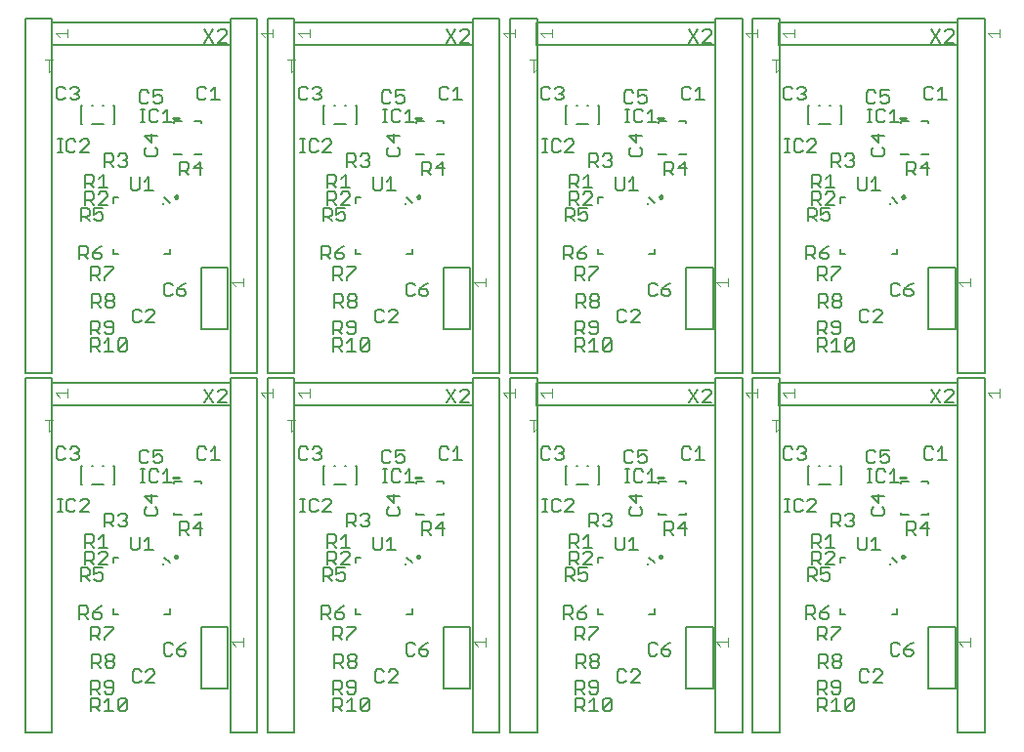
<source format=gto>
G75*
%MOIN*%
%OFA0B0*%
%FSLAX24Y24*%
%IPPOS*%
%LPD*%
%AMOC8*
5,1,8,0,0,1.08239X$1,22.5*
%
%ADD10C,0.0098*%
%ADD11C,0.0050*%
%ADD12C,0.0080*%
%ADD13C,0.0030*%
%ADD14R,0.0089X0.0089*%
%ADD15C,0.0060*%
%ADD16C,0.0071*%
%ADD17C,0.0087*%
D10*
X009835Y014633D02*
X009837Y014645D01*
X009842Y014656D01*
X009851Y014665D01*
X009862Y014670D01*
X009874Y014672D01*
X009886Y014670D01*
X009897Y014665D01*
X009906Y014656D01*
X009911Y014645D01*
X009913Y014633D01*
X009911Y014621D01*
X009906Y014610D01*
X009897Y014601D01*
X009886Y014596D01*
X009874Y014594D01*
X009862Y014596D01*
X009851Y014601D01*
X009842Y014610D01*
X009837Y014621D01*
X009835Y014633D01*
X018102Y014633D02*
X018104Y014645D01*
X018109Y014656D01*
X018118Y014665D01*
X018129Y014670D01*
X018141Y014672D01*
X018153Y014670D01*
X018164Y014665D01*
X018173Y014656D01*
X018178Y014645D01*
X018180Y014633D01*
X018178Y014621D01*
X018173Y014610D01*
X018164Y014601D01*
X018153Y014596D01*
X018141Y014594D01*
X018129Y014596D01*
X018118Y014601D01*
X018109Y014610D01*
X018104Y014621D01*
X018102Y014633D01*
X026370Y014633D02*
X026372Y014645D01*
X026377Y014656D01*
X026386Y014665D01*
X026397Y014670D01*
X026409Y014672D01*
X026421Y014670D01*
X026432Y014665D01*
X026441Y014656D01*
X026446Y014645D01*
X026448Y014633D01*
X026446Y014621D01*
X026441Y014610D01*
X026432Y014601D01*
X026421Y014596D01*
X026409Y014594D01*
X026397Y014596D01*
X026386Y014601D01*
X026377Y014610D01*
X026372Y014621D01*
X026370Y014633D01*
X034638Y014633D02*
X034640Y014645D01*
X034645Y014656D01*
X034654Y014665D01*
X034665Y014670D01*
X034677Y014672D01*
X034689Y014670D01*
X034700Y014665D01*
X034709Y014656D01*
X034714Y014645D01*
X034716Y014633D01*
X034714Y014621D01*
X034709Y014610D01*
X034700Y014601D01*
X034689Y014596D01*
X034677Y014594D01*
X034665Y014596D01*
X034654Y014601D01*
X034645Y014610D01*
X034640Y014621D01*
X034638Y014633D01*
X034638Y026917D02*
X034640Y026929D01*
X034645Y026940D01*
X034654Y026949D01*
X034665Y026954D01*
X034677Y026956D01*
X034689Y026954D01*
X034700Y026949D01*
X034709Y026940D01*
X034714Y026929D01*
X034716Y026917D01*
X034714Y026905D01*
X034709Y026894D01*
X034700Y026885D01*
X034689Y026880D01*
X034677Y026878D01*
X034665Y026880D01*
X034654Y026885D01*
X034645Y026894D01*
X034640Y026905D01*
X034638Y026917D01*
X026370Y026917D02*
X026372Y026929D01*
X026377Y026940D01*
X026386Y026949D01*
X026397Y026954D01*
X026409Y026956D01*
X026421Y026954D01*
X026432Y026949D01*
X026441Y026940D01*
X026446Y026929D01*
X026448Y026917D01*
X026446Y026905D01*
X026441Y026894D01*
X026432Y026885D01*
X026421Y026880D01*
X026409Y026878D01*
X026397Y026880D01*
X026386Y026885D01*
X026377Y026894D01*
X026372Y026905D01*
X026370Y026917D01*
X018102Y026917D02*
X018104Y026929D01*
X018109Y026940D01*
X018118Y026949D01*
X018129Y026954D01*
X018141Y026956D01*
X018153Y026954D01*
X018164Y026949D01*
X018173Y026940D01*
X018178Y026929D01*
X018180Y026917D01*
X018178Y026905D01*
X018173Y026894D01*
X018164Y026885D01*
X018153Y026880D01*
X018141Y026878D01*
X018129Y026880D01*
X018118Y026885D01*
X018109Y026894D01*
X018104Y026905D01*
X018102Y026917D01*
X009835Y026917D02*
X009837Y026929D01*
X009842Y026940D01*
X009851Y026949D01*
X009862Y026954D01*
X009874Y026956D01*
X009886Y026954D01*
X009897Y026949D01*
X009906Y026940D01*
X009911Y026929D01*
X009913Y026917D01*
X009911Y026905D01*
X009906Y026894D01*
X009897Y026885D01*
X009886Y026880D01*
X009874Y026878D01*
X009862Y026880D01*
X009851Y026885D01*
X009842Y026894D01*
X009837Y026905D01*
X009835Y026917D01*
D11*
X009657Y026720D02*
X009480Y026897D01*
X009084Y027139D02*
X008784Y027139D01*
X008934Y027139D02*
X008934Y027589D01*
X008784Y027439D01*
X008624Y027589D02*
X008624Y027214D01*
X008549Y027139D01*
X008399Y027139D01*
X008324Y027214D01*
X008324Y027589D01*
X008129Y027940D02*
X007979Y027940D01*
X007904Y028015D01*
X007744Y027940D02*
X007594Y028090D01*
X007669Y028090D02*
X007444Y028090D01*
X007444Y027940D02*
X007444Y028390D01*
X007669Y028390D01*
X007744Y028315D01*
X007744Y028165D01*
X007669Y028090D01*
X007904Y028315D02*
X007979Y028390D01*
X008129Y028390D01*
X008205Y028315D01*
X008205Y028240D01*
X008129Y028165D01*
X008205Y028090D01*
X008205Y028015D01*
X008129Y027940D01*
X008129Y028165D02*
X008054Y028165D01*
X008794Y028381D02*
X008869Y028306D01*
X009169Y028306D01*
X009244Y028381D01*
X009244Y028531D01*
X009169Y028606D01*
X009019Y028766D02*
X008794Y028992D01*
X009244Y028992D01*
X009019Y029067D02*
X009019Y028766D01*
X008869Y028606D02*
X008794Y028531D01*
X008794Y028381D01*
X008809Y029462D02*
X008658Y029462D01*
X008733Y029462D02*
X008733Y029912D01*
X008658Y029912D02*
X008809Y029912D01*
X008965Y029837D02*
X008965Y029537D01*
X009040Y029462D01*
X009191Y029462D01*
X009266Y029537D01*
X009426Y029462D02*
X009726Y029462D01*
X009576Y029462D02*
X009576Y029912D01*
X009426Y029762D01*
X009266Y029837D02*
X009191Y029912D01*
X009040Y029912D01*
X008965Y029837D01*
X008850Y030105D02*
X008925Y030180D01*
X008850Y030105D02*
X008700Y030105D01*
X008625Y030180D01*
X008625Y030481D01*
X008700Y030556D01*
X008850Y030556D01*
X008925Y030481D01*
X009085Y030556D02*
X009085Y030331D01*
X009235Y030406D01*
X009311Y030406D01*
X009386Y030331D01*
X009386Y030180D01*
X009311Y030105D01*
X009160Y030105D01*
X009085Y030180D01*
X009085Y030556D02*
X009386Y030556D01*
X010593Y030599D02*
X010593Y030298D01*
X010669Y030223D01*
X010819Y030223D01*
X010894Y030298D01*
X011054Y030223D02*
X011354Y030223D01*
X011204Y030223D02*
X011204Y030674D01*
X011054Y030524D01*
X010894Y030599D02*
X010819Y030674D01*
X010669Y030674D01*
X010593Y030599D01*
X010836Y032182D02*
X011136Y032632D01*
X011296Y032557D02*
X011371Y032632D01*
X011521Y032632D01*
X011596Y032557D01*
X011596Y032482D01*
X011296Y032182D01*
X011596Y032182D01*
X011136Y032182D02*
X010836Y032632D01*
X014058Y030599D02*
X014058Y030298D01*
X014133Y030223D01*
X014283Y030223D01*
X014358Y030298D01*
X014518Y030298D02*
X014593Y030223D01*
X014744Y030223D01*
X014819Y030298D01*
X014819Y030374D01*
X014744Y030449D01*
X014669Y030449D01*
X014744Y030449D02*
X014819Y030524D01*
X014819Y030599D01*
X014744Y030674D01*
X014593Y030674D01*
X014518Y030599D01*
X014358Y030599D02*
X014283Y030674D01*
X014133Y030674D01*
X014058Y030599D01*
X014109Y028890D02*
X014259Y028890D01*
X014184Y028890D02*
X014184Y028440D01*
X014109Y028440D02*
X014259Y028440D01*
X014416Y028515D02*
X014491Y028440D01*
X014641Y028440D01*
X014716Y028515D01*
X014877Y028440D02*
X015177Y028740D01*
X015177Y028815D01*
X015102Y028890D01*
X014952Y028890D01*
X014877Y028815D01*
X014716Y028815D02*
X014641Y028890D01*
X014491Y028890D01*
X014416Y028815D01*
X014416Y028515D01*
X014877Y028440D02*
X015177Y028440D01*
X015712Y028390D02*
X015712Y027940D01*
X015712Y028090D02*
X015937Y028090D01*
X016012Y028165D01*
X016012Y028315D01*
X015937Y028390D01*
X015712Y028390D01*
X015862Y028090D02*
X016012Y027940D01*
X016172Y028015D02*
X016247Y027940D01*
X016397Y027940D01*
X016472Y028015D01*
X016472Y028090D01*
X016397Y028165D01*
X016322Y028165D01*
X016397Y028165D02*
X016472Y028240D01*
X016472Y028315D01*
X016397Y028390D01*
X016247Y028390D01*
X016172Y028315D01*
X015653Y027682D02*
X015653Y027231D01*
X015503Y027231D02*
X015803Y027231D01*
X015728Y027091D02*
X015578Y027091D01*
X015503Y027016D01*
X015343Y027016D02*
X015343Y026866D01*
X015267Y026791D01*
X015042Y026791D01*
X015042Y026641D02*
X015042Y027091D01*
X015267Y027091D01*
X015343Y027016D01*
X015343Y027231D02*
X015192Y027381D01*
X015267Y027381D02*
X015042Y027381D01*
X015042Y027231D02*
X015042Y027682D01*
X015267Y027682D01*
X015343Y027607D01*
X015343Y027456D01*
X015267Y027381D01*
X015503Y027532D02*
X015653Y027682D01*
X015728Y027091D02*
X015803Y027016D01*
X015803Y026941D01*
X015503Y026641D01*
X015803Y026641D01*
X015645Y026540D02*
X015345Y026540D01*
X015345Y026315D01*
X015495Y026390D01*
X015570Y026390D01*
X015645Y026315D01*
X015645Y026165D01*
X015570Y026090D01*
X015420Y026090D01*
X015345Y026165D01*
X015185Y026090D02*
X015035Y026240D01*
X015110Y026240D02*
X014885Y026240D01*
X014885Y026090D02*
X014885Y026540D01*
X015110Y026540D01*
X015185Y026465D01*
X015185Y026315D01*
X015110Y026240D01*
X015343Y026641D02*
X015192Y026791D01*
X015996Y026720D02*
X015996Y026897D01*
X016173Y026897D01*
X016591Y027214D02*
X016591Y027589D01*
X016892Y027589D02*
X016892Y027214D01*
X016817Y027139D01*
X016667Y027139D01*
X016591Y027214D01*
X017052Y027139D02*
X017352Y027139D01*
X017202Y027139D02*
X017202Y027589D01*
X017052Y027439D01*
X017137Y028306D02*
X017437Y028306D01*
X017512Y028381D01*
X017512Y028531D01*
X017437Y028606D01*
X017287Y028766D02*
X017062Y028992D01*
X017512Y028992D01*
X017287Y029067D02*
X017287Y028766D01*
X017137Y028606D02*
X017062Y028531D01*
X017062Y028381D01*
X017137Y028306D01*
X018271Y028115D02*
X018271Y027664D01*
X018271Y027814D02*
X018496Y027814D01*
X018571Y027890D01*
X018571Y028040D01*
X018496Y028115D01*
X018271Y028115D01*
X018421Y027814D02*
X018571Y027664D01*
X018731Y027890D02*
X019031Y027890D01*
X018956Y028115D02*
X018956Y027664D01*
X018731Y027890D02*
X018956Y028115D01*
X017994Y029462D02*
X017693Y029462D01*
X017844Y029462D02*
X017844Y029912D01*
X017693Y029762D01*
X017533Y029837D02*
X017458Y029912D01*
X017308Y029912D01*
X017233Y029837D01*
X017233Y029537D01*
X017308Y029462D01*
X017458Y029462D01*
X017533Y029537D01*
X017076Y029462D02*
X016926Y029462D01*
X017001Y029462D02*
X017001Y029912D01*
X016926Y029912D02*
X017076Y029912D01*
X017118Y030105D02*
X017193Y030180D01*
X017118Y030105D02*
X016968Y030105D01*
X016893Y030180D01*
X016893Y030481D01*
X016968Y030556D01*
X017118Y030556D01*
X017193Y030481D01*
X017353Y030556D02*
X017353Y030331D01*
X017503Y030406D01*
X017578Y030406D01*
X017653Y030331D01*
X017653Y030180D01*
X017578Y030105D01*
X017428Y030105D01*
X017353Y030180D01*
X017353Y030556D02*
X017653Y030556D01*
X018861Y030599D02*
X018861Y030298D01*
X018936Y030223D01*
X019086Y030223D01*
X019161Y030298D01*
X019322Y030223D02*
X019622Y030223D01*
X019472Y030223D02*
X019472Y030674D01*
X019322Y030524D01*
X019161Y030599D02*
X019086Y030674D01*
X018936Y030674D01*
X018861Y030599D01*
X019103Y032182D02*
X019404Y032632D01*
X019564Y032557D02*
X019639Y032632D01*
X019789Y032632D01*
X019864Y032557D01*
X019864Y032482D01*
X019564Y032182D01*
X019864Y032182D01*
X019404Y032182D02*
X019103Y032632D01*
X022326Y030599D02*
X022326Y030298D01*
X022401Y030223D01*
X022551Y030223D01*
X022626Y030298D01*
X022786Y030298D02*
X022861Y030223D01*
X023011Y030223D01*
X023086Y030298D01*
X023086Y030374D01*
X023011Y030449D01*
X022936Y030449D01*
X023011Y030449D02*
X023086Y030524D01*
X023086Y030599D01*
X023011Y030674D01*
X022861Y030674D01*
X022786Y030599D01*
X022626Y030599D02*
X022551Y030674D01*
X022401Y030674D01*
X022326Y030599D01*
X022377Y028890D02*
X022527Y028890D01*
X022452Y028890D02*
X022452Y028440D01*
X022377Y028440D02*
X022527Y028440D01*
X022684Y028515D02*
X022684Y028815D01*
X022759Y028890D01*
X022909Y028890D01*
X022984Y028815D01*
X023144Y028815D02*
X023219Y028890D01*
X023369Y028890D01*
X023444Y028815D01*
X023444Y028740D01*
X023144Y028440D01*
X023444Y028440D01*
X023979Y028390D02*
X024204Y028390D01*
X024280Y028315D01*
X024280Y028165D01*
X024204Y028090D01*
X023979Y028090D01*
X023979Y027940D02*
X023979Y028390D01*
X024129Y028090D02*
X024280Y027940D01*
X024440Y028015D02*
X024515Y027940D01*
X024665Y027940D01*
X024740Y028015D01*
X024740Y028090D01*
X024665Y028165D01*
X024590Y028165D01*
X024665Y028165D02*
X024740Y028240D01*
X024740Y028315D01*
X024665Y028390D01*
X024515Y028390D01*
X024440Y028315D01*
X023921Y027682D02*
X023921Y027231D01*
X024071Y027231D02*
X023770Y027231D01*
X023845Y027091D02*
X023770Y027016D01*
X023845Y027091D02*
X023996Y027091D01*
X024071Y027016D01*
X024071Y026941D01*
X023770Y026641D01*
X024071Y026641D01*
X023913Y026540D02*
X023613Y026540D01*
X023613Y026315D01*
X023763Y026390D01*
X023838Y026390D01*
X023913Y026315D01*
X023913Y026165D01*
X023838Y026090D01*
X023688Y026090D01*
X023613Y026165D01*
X023453Y026090D02*
X023303Y026240D01*
X023378Y026240D02*
X023153Y026240D01*
X023153Y026090D02*
X023153Y026540D01*
X023378Y026540D01*
X023453Y026465D01*
X023453Y026315D01*
X023378Y026240D01*
X023310Y026641D02*
X023310Y027091D01*
X023535Y027091D01*
X023610Y027016D01*
X023610Y026866D01*
X023535Y026791D01*
X023310Y026791D01*
X023460Y026791D02*
X023610Y026641D01*
X023610Y027231D02*
X023460Y027381D01*
X023535Y027381D02*
X023310Y027381D01*
X023310Y027231D02*
X023310Y027682D01*
X023535Y027682D01*
X023610Y027607D01*
X023610Y027456D01*
X023535Y027381D01*
X023770Y027532D02*
X023921Y027682D01*
X024263Y026897D02*
X024263Y026720D01*
X024263Y026897D02*
X024441Y026897D01*
X024859Y027214D02*
X024859Y027589D01*
X025159Y027589D02*
X025159Y027214D01*
X025084Y027139D01*
X024934Y027139D01*
X024859Y027214D01*
X025320Y027139D02*
X025620Y027139D01*
X025470Y027139D02*
X025470Y027589D01*
X025320Y027439D01*
X025404Y028306D02*
X025705Y028306D01*
X025780Y028381D01*
X025780Y028531D01*
X025705Y028606D01*
X025554Y028766D02*
X025329Y028992D01*
X025780Y028992D01*
X025554Y029067D02*
X025554Y028766D01*
X025404Y028606D02*
X025329Y028531D01*
X025329Y028381D01*
X025404Y028306D01*
X026538Y028115D02*
X026538Y027664D01*
X026538Y027814D02*
X026764Y027814D01*
X026839Y027890D01*
X026839Y028040D01*
X026764Y028115D01*
X026538Y028115D01*
X026688Y027814D02*
X026839Y027664D01*
X026999Y027890D02*
X027224Y028115D01*
X027224Y027664D01*
X027299Y027890D02*
X026999Y027890D01*
X026015Y026897D02*
X026192Y026720D01*
X026192Y025145D02*
X026192Y024968D01*
X026015Y024968D01*
X026062Y023981D02*
X025987Y023906D01*
X025987Y023606D01*
X026062Y023531D01*
X026212Y023531D01*
X026287Y023606D01*
X026448Y023606D02*
X026523Y023531D01*
X026673Y023531D01*
X026748Y023606D01*
X026748Y023681D01*
X026673Y023756D01*
X026448Y023756D01*
X026448Y023606D01*
X026448Y023756D02*
X026598Y023906D01*
X026748Y023981D01*
X026287Y023906D02*
X026212Y023981D01*
X026062Y023981D01*
X025610Y023075D02*
X025460Y023075D01*
X025385Y023000D01*
X025224Y023000D02*
X025149Y023075D01*
X024999Y023075D01*
X024924Y023000D01*
X024924Y022700D01*
X024999Y022625D01*
X025149Y022625D01*
X025224Y022700D01*
X025385Y022625D02*
X025685Y022925D01*
X025685Y023000D01*
X025610Y023075D01*
X025685Y022625D02*
X025385Y022625D01*
X024728Y022016D02*
X024653Y022091D01*
X024503Y022091D01*
X024428Y022016D01*
X024428Y021716D01*
X024728Y022016D01*
X024728Y021716D01*
X024653Y021641D01*
X024503Y021641D01*
X024428Y021716D01*
X024267Y021641D02*
X023967Y021641D01*
X024117Y021641D02*
X024117Y022091D01*
X023967Y021941D01*
X023807Y021866D02*
X023732Y021791D01*
X023507Y021791D01*
X023657Y021791D02*
X023807Y021641D01*
X023807Y021866D02*
X023807Y022016D01*
X023732Y022091D01*
X023507Y022091D01*
X023507Y021641D01*
X023507Y022231D02*
X023507Y022682D01*
X023732Y022682D01*
X023807Y022607D01*
X023807Y022456D01*
X023732Y022381D01*
X023507Y022381D01*
X023657Y022381D02*
X023807Y022231D01*
X023967Y022306D02*
X024042Y022231D01*
X024192Y022231D01*
X024267Y022306D01*
X024267Y022607D01*
X024192Y022682D01*
X024042Y022682D01*
X023967Y022607D01*
X023967Y022532D01*
X024042Y022456D01*
X024267Y022456D01*
X024232Y023137D02*
X024082Y023137D01*
X024007Y023212D01*
X024007Y023287D01*
X024082Y023362D01*
X024232Y023362D01*
X024307Y023287D01*
X024307Y023212D01*
X024232Y023137D01*
X024232Y023362D02*
X024307Y023437D01*
X024307Y023512D01*
X024232Y023587D01*
X024082Y023587D01*
X024007Y023512D01*
X024007Y023437D01*
X024082Y023362D01*
X023846Y023362D02*
X023771Y023287D01*
X023546Y023287D01*
X023546Y023137D02*
X023546Y023587D01*
X023771Y023587D01*
X023846Y023512D01*
X023846Y023362D01*
X023696Y023287D02*
X023846Y023137D01*
X023807Y024082D02*
X023657Y024232D01*
X023732Y024232D02*
X023507Y024232D01*
X023507Y024082D02*
X023507Y024532D01*
X023732Y024532D01*
X023807Y024457D01*
X023807Y024307D01*
X023732Y024232D01*
X023967Y024157D02*
X023967Y024082D01*
X023967Y024157D02*
X024267Y024457D01*
X024267Y024532D01*
X023967Y024532D01*
X023799Y024790D02*
X023874Y024865D01*
X023874Y024940D01*
X023799Y025016D01*
X023574Y025016D01*
X023574Y024865D01*
X023649Y024790D01*
X023799Y024790D01*
X023574Y025016D02*
X023724Y025166D01*
X023874Y025241D01*
X024263Y025145D02*
X024263Y024968D01*
X024441Y024968D01*
X023413Y025016D02*
X023338Y024940D01*
X023113Y024940D01*
X023113Y024790D02*
X023113Y025241D01*
X023338Y025241D01*
X023413Y025166D01*
X023413Y025016D01*
X023263Y024940D02*
X023413Y024790D01*
X022909Y028440D02*
X022984Y028515D01*
X022909Y028440D02*
X022759Y028440D01*
X022684Y028515D01*
X025194Y029462D02*
X025344Y029462D01*
X025269Y029462D02*
X025269Y029912D01*
X025194Y029912D02*
X025344Y029912D01*
X025501Y029837D02*
X025501Y029537D01*
X025576Y029462D01*
X025726Y029462D01*
X025801Y029537D01*
X025961Y029462D02*
X026261Y029462D01*
X026111Y029462D02*
X026111Y029912D01*
X025961Y029762D01*
X025801Y029837D02*
X025726Y029912D01*
X025576Y029912D01*
X025501Y029837D01*
X025386Y030105D02*
X025461Y030180D01*
X025386Y030105D02*
X025235Y030105D01*
X025160Y030180D01*
X025160Y030481D01*
X025235Y030556D01*
X025386Y030556D01*
X025461Y030481D01*
X025621Y030556D02*
X025621Y030331D01*
X025771Y030406D01*
X025846Y030406D01*
X025921Y030331D01*
X025921Y030180D01*
X025846Y030105D01*
X025696Y030105D01*
X025621Y030180D01*
X025621Y030556D02*
X025921Y030556D01*
X027129Y030599D02*
X027129Y030298D01*
X027204Y030223D01*
X027354Y030223D01*
X027429Y030298D01*
X027589Y030223D02*
X027890Y030223D01*
X027739Y030223D02*
X027739Y030674D01*
X027589Y030524D01*
X027429Y030599D02*
X027354Y030674D01*
X027204Y030674D01*
X027129Y030599D01*
X027371Y032182D02*
X027671Y032632D01*
X027831Y032557D02*
X027906Y032632D01*
X028057Y032632D01*
X028132Y032557D01*
X028132Y032482D01*
X027831Y032182D01*
X028132Y032182D01*
X027671Y032182D02*
X027371Y032632D01*
X030593Y030599D02*
X030593Y030298D01*
X030669Y030223D01*
X030819Y030223D01*
X030894Y030298D01*
X031054Y030298D02*
X031129Y030223D01*
X031279Y030223D01*
X031354Y030298D01*
X031354Y030374D01*
X031279Y030449D01*
X031204Y030449D01*
X031279Y030449D02*
X031354Y030524D01*
X031354Y030599D01*
X031279Y030674D01*
X031129Y030674D01*
X031054Y030599D01*
X030894Y030599D02*
X030819Y030674D01*
X030669Y030674D01*
X030593Y030599D01*
X030645Y028890D02*
X030795Y028890D01*
X030720Y028890D02*
X030720Y028440D01*
X030645Y028440D02*
X030795Y028440D01*
X030952Y028515D02*
X030952Y028815D01*
X031027Y028890D01*
X031177Y028890D01*
X031252Y028815D01*
X031412Y028815D02*
X031487Y028890D01*
X031637Y028890D01*
X031712Y028815D01*
X031712Y028740D01*
X031412Y028440D01*
X031712Y028440D01*
X032247Y028390D02*
X032472Y028390D01*
X032547Y028315D01*
X032547Y028165D01*
X032472Y028090D01*
X032247Y028090D01*
X032247Y027940D02*
X032247Y028390D01*
X032397Y028090D02*
X032547Y027940D01*
X032707Y028015D02*
X032782Y027940D01*
X032933Y027940D01*
X033008Y028015D01*
X033008Y028090D01*
X032933Y028165D01*
X032858Y028165D01*
X032933Y028165D02*
X033008Y028240D01*
X033008Y028315D01*
X032933Y028390D01*
X032782Y028390D01*
X032707Y028315D01*
X032188Y027682D02*
X032188Y027231D01*
X032038Y027231D02*
X032338Y027231D01*
X032263Y027091D02*
X032113Y027091D01*
X032038Y027016D01*
X031878Y027016D02*
X031878Y026866D01*
X031803Y026791D01*
X031578Y026791D01*
X031728Y026791D02*
X031878Y026641D01*
X031881Y026540D02*
X031881Y026315D01*
X032031Y026390D01*
X032106Y026390D01*
X032181Y026315D01*
X032181Y026165D01*
X032106Y026090D01*
X031956Y026090D01*
X031881Y026165D01*
X031720Y026090D02*
X031570Y026240D01*
X031645Y026240D02*
X031420Y026240D01*
X031420Y026090D02*
X031420Y026540D01*
X031645Y026540D01*
X031720Y026465D01*
X031720Y026315D01*
X031645Y026240D01*
X031881Y026540D02*
X032181Y026540D01*
X032038Y026641D02*
X032338Y026941D01*
X032338Y027016D01*
X032263Y027091D01*
X032531Y026897D02*
X032531Y026720D01*
X032531Y026897D02*
X032708Y026897D01*
X032338Y026641D02*
X032038Y026641D01*
X031878Y027016D02*
X031803Y027091D01*
X031578Y027091D01*
X031578Y026641D01*
X031578Y027231D02*
X031578Y027682D01*
X031803Y027682D01*
X031878Y027607D01*
X031878Y027456D01*
X031803Y027381D01*
X031578Y027381D01*
X031728Y027381D02*
X031878Y027231D01*
X032038Y027532D02*
X032188Y027682D01*
X033127Y027589D02*
X033127Y027214D01*
X033202Y027139D01*
X033352Y027139D01*
X033427Y027214D01*
X033427Y027589D01*
X033587Y027439D02*
X033737Y027589D01*
X033737Y027139D01*
X033587Y027139D02*
X033888Y027139D01*
X034283Y026897D02*
X034460Y026720D01*
X034806Y027664D02*
X034806Y028115D01*
X035031Y028115D01*
X035106Y028040D01*
X035106Y027890D01*
X035031Y027814D01*
X034806Y027814D01*
X034956Y027814D02*
X035106Y027664D01*
X035266Y027890D02*
X035492Y028115D01*
X035492Y027664D01*
X035567Y027890D02*
X035266Y027890D01*
X034047Y028381D02*
X034047Y028531D01*
X033972Y028606D01*
X033822Y028766D02*
X033822Y029067D01*
X033597Y028992D02*
X033822Y028766D01*
X033672Y028606D02*
X033597Y028531D01*
X033597Y028381D01*
X033672Y028306D01*
X033972Y028306D01*
X034047Y028381D01*
X034047Y028992D02*
X033597Y028992D01*
X033612Y029462D02*
X033462Y029462D01*
X033537Y029462D02*
X033537Y029912D01*
X033462Y029912D02*
X033612Y029912D01*
X033768Y029837D02*
X033844Y029912D01*
X033994Y029912D01*
X034069Y029837D01*
X034229Y029762D02*
X034379Y029912D01*
X034379Y029462D01*
X034229Y029462D02*
X034529Y029462D01*
X034069Y029537D02*
X033994Y029462D01*
X033844Y029462D01*
X033768Y029537D01*
X033768Y029837D01*
X033653Y030105D02*
X033503Y030105D01*
X033428Y030180D01*
X033428Y030481D01*
X033503Y030556D01*
X033653Y030556D01*
X033728Y030481D01*
X033888Y030556D02*
X033888Y030331D01*
X034039Y030406D01*
X034114Y030406D01*
X034189Y030331D01*
X034189Y030180D01*
X034114Y030105D01*
X033964Y030105D01*
X033888Y030180D01*
X033728Y030180D02*
X033653Y030105D01*
X033888Y030556D02*
X034189Y030556D01*
X035397Y030599D02*
X035397Y030298D01*
X035472Y030223D01*
X035622Y030223D01*
X035697Y030298D01*
X035857Y030223D02*
X036157Y030223D01*
X036007Y030223D02*
X036007Y030674D01*
X035857Y030524D01*
X035697Y030599D02*
X035622Y030674D01*
X035472Y030674D01*
X035397Y030599D01*
X035639Y032182D02*
X035939Y032632D01*
X036099Y032557D02*
X036174Y032632D01*
X036324Y032632D01*
X036399Y032557D01*
X036399Y032482D01*
X036099Y032182D01*
X036399Y032182D01*
X035939Y032182D02*
X035639Y032632D01*
X031252Y028515D02*
X031177Y028440D01*
X031027Y028440D01*
X030952Y028515D01*
X031381Y025241D02*
X031606Y025241D01*
X031681Y025166D01*
X031681Y025016D01*
X031606Y024940D01*
X031381Y024940D01*
X031381Y024790D02*
X031381Y025241D01*
X031531Y024940D02*
X031681Y024790D01*
X031841Y024865D02*
X031916Y024790D01*
X032066Y024790D01*
X032142Y024865D01*
X032142Y024940D01*
X032066Y025016D01*
X031841Y025016D01*
X031841Y024865D01*
X031841Y025016D02*
X031991Y025166D01*
X032142Y025241D01*
X032531Y025145D02*
X032531Y024968D01*
X032708Y024968D01*
X032535Y024532D02*
X032235Y024532D01*
X032075Y024457D02*
X032075Y024307D01*
X032000Y024232D01*
X031775Y024232D01*
X031925Y024232D02*
X032075Y024082D01*
X032235Y024082D02*
X032235Y024157D01*
X032535Y024457D01*
X032535Y024532D01*
X032075Y024457D02*
X032000Y024532D01*
X031775Y024532D01*
X031775Y024082D01*
X031814Y023587D02*
X032039Y023587D01*
X032114Y023512D01*
X032114Y023362D01*
X032039Y023287D01*
X031814Y023287D01*
X031964Y023287D02*
X032114Y023137D01*
X032274Y023212D02*
X032349Y023137D01*
X032500Y023137D01*
X032575Y023212D01*
X032575Y023287D01*
X032500Y023362D01*
X032349Y023362D01*
X032274Y023437D01*
X032274Y023512D01*
X032349Y023587D01*
X032500Y023587D01*
X032575Y023512D01*
X032575Y023437D01*
X032500Y023362D01*
X032349Y023362D02*
X032274Y023287D01*
X032274Y023212D01*
X031814Y023137D02*
X031814Y023587D01*
X031775Y022682D02*
X032000Y022682D01*
X032075Y022607D01*
X032075Y022456D01*
X032000Y022381D01*
X031775Y022381D01*
X031925Y022381D02*
X032075Y022231D01*
X032000Y022091D02*
X032075Y022016D01*
X032075Y021866D01*
X032000Y021791D01*
X031775Y021791D01*
X031925Y021791D02*
X032075Y021641D01*
X032235Y021641D02*
X032535Y021641D01*
X032385Y021641D02*
X032385Y022091D01*
X032235Y021941D01*
X032000Y022091D02*
X031775Y022091D01*
X031775Y021641D01*
X031775Y022231D02*
X031775Y022682D01*
X032235Y022607D02*
X032235Y022532D01*
X032310Y022456D01*
X032535Y022456D01*
X032535Y022306D02*
X032535Y022607D01*
X032460Y022682D01*
X032310Y022682D01*
X032235Y022607D01*
X032235Y022306D02*
X032310Y022231D01*
X032460Y022231D01*
X032535Y022306D01*
X032770Y022091D02*
X032921Y022091D01*
X032996Y022016D01*
X032695Y021716D01*
X032770Y021641D01*
X032921Y021641D01*
X032996Y021716D01*
X032996Y022016D01*
X032770Y022091D02*
X032695Y022016D01*
X032695Y021716D01*
X033267Y022625D02*
X033192Y022700D01*
X033192Y023000D01*
X033267Y023075D01*
X033417Y023075D01*
X033492Y023000D01*
X033652Y023000D02*
X033727Y023075D01*
X033877Y023075D01*
X033953Y023000D01*
X033953Y022925D01*
X033652Y022625D01*
X033953Y022625D01*
X033492Y022700D02*
X033417Y022625D01*
X033267Y022625D01*
X034255Y023606D02*
X034330Y023531D01*
X034480Y023531D01*
X034555Y023606D01*
X034715Y023606D02*
X034790Y023531D01*
X034940Y023531D01*
X035016Y023606D01*
X035016Y023681D01*
X034940Y023756D01*
X034715Y023756D01*
X034715Y023606D01*
X034715Y023756D02*
X034865Y023906D01*
X035016Y023981D01*
X034555Y023906D02*
X034480Y023981D01*
X034330Y023981D01*
X034255Y023906D01*
X034255Y023606D01*
X034283Y024968D02*
X034460Y024968D01*
X034460Y025145D01*
X035639Y020349D02*
X035939Y019898D01*
X036099Y019898D02*
X036399Y020198D01*
X036399Y020274D01*
X036324Y020349D01*
X036174Y020349D01*
X036099Y020274D01*
X035939Y020349D02*
X035639Y019898D01*
X036099Y019898D02*
X036399Y019898D01*
X036007Y018390D02*
X036007Y017940D01*
X035857Y017940D02*
X036157Y017940D01*
X035857Y018240D02*
X036007Y018390D01*
X035697Y018315D02*
X035622Y018390D01*
X035472Y018390D01*
X035397Y018315D01*
X035397Y018015D01*
X035472Y017940D01*
X035622Y017940D01*
X035697Y018015D01*
X034379Y017629D02*
X034379Y017178D01*
X034229Y017178D02*
X034529Y017178D01*
X034229Y017478D02*
X034379Y017629D01*
X034069Y017553D02*
X033994Y017629D01*
X033844Y017629D01*
X033768Y017553D01*
X033768Y017253D01*
X033844Y017178D01*
X033994Y017178D01*
X034069Y017253D01*
X033612Y017178D02*
X033462Y017178D01*
X033537Y017178D02*
X033537Y017629D01*
X033462Y017629D02*
X033612Y017629D01*
X033653Y017822D02*
X033728Y017897D01*
X033653Y017822D02*
X033503Y017822D01*
X033428Y017897D01*
X033428Y018197D01*
X033503Y018272D01*
X033653Y018272D01*
X033728Y018197D01*
X033888Y018272D02*
X033888Y018047D01*
X034039Y018122D01*
X034114Y018122D01*
X034189Y018047D01*
X034189Y017897D01*
X034114Y017822D01*
X033964Y017822D01*
X033888Y017897D01*
X033888Y018272D02*
X034189Y018272D01*
X033822Y016783D02*
X033822Y016483D01*
X033597Y016708D01*
X034047Y016708D01*
X033972Y016323D02*
X034047Y016248D01*
X034047Y016098D01*
X033972Y016023D01*
X033672Y016023D01*
X033597Y016098D01*
X033597Y016248D01*
X033672Y016323D01*
X033008Y016032D02*
X033008Y015957D01*
X032933Y015882D01*
X033008Y015807D01*
X033008Y015732D01*
X032933Y015656D01*
X032782Y015656D01*
X032707Y015732D01*
X032547Y015656D02*
X032397Y015807D01*
X032472Y015807D02*
X032247Y015807D01*
X032247Y015656D02*
X032247Y016107D01*
X032472Y016107D01*
X032547Y016032D01*
X032547Y015882D01*
X032472Y015807D01*
X032707Y016032D02*
X032782Y016107D01*
X032933Y016107D01*
X033008Y016032D01*
X032933Y015882D02*
X032858Y015882D01*
X033127Y015306D02*
X033127Y014930D01*
X033202Y014855D01*
X033352Y014855D01*
X033427Y014930D01*
X033427Y015306D01*
X033587Y015156D02*
X033737Y015306D01*
X033737Y014855D01*
X033587Y014855D02*
X033888Y014855D01*
X034283Y014614D02*
X034460Y014437D01*
X034806Y015381D02*
X034806Y015831D01*
X035031Y015831D01*
X035106Y015756D01*
X035106Y015606D01*
X035031Y015531D01*
X034806Y015531D01*
X034956Y015531D02*
X035106Y015381D01*
X035266Y015606D02*
X035492Y015831D01*
X035492Y015381D01*
X035567Y015606D02*
X035266Y015606D01*
X032708Y014614D02*
X032531Y014614D01*
X032531Y014437D01*
X032338Y014357D02*
X032038Y014357D01*
X032338Y014658D01*
X032338Y014733D01*
X032263Y014808D01*
X032113Y014808D01*
X032038Y014733D01*
X031878Y014733D02*
X031878Y014582D01*
X031803Y014507D01*
X031578Y014507D01*
X031578Y014357D02*
X031578Y014808D01*
X031803Y014808D01*
X031878Y014733D01*
X031878Y014948D02*
X031728Y015098D01*
X031803Y015098D02*
X031578Y015098D01*
X031578Y014948D02*
X031578Y015398D01*
X031803Y015398D01*
X031878Y015323D01*
X031878Y015173D01*
X031803Y015098D01*
X032038Y015248D02*
X032188Y015398D01*
X032188Y014948D01*
X032038Y014948D02*
X032338Y014948D01*
X032181Y014256D02*
X031881Y014256D01*
X031881Y014031D01*
X032031Y014106D01*
X032106Y014106D01*
X032181Y014031D01*
X032181Y013881D01*
X032106Y013806D01*
X031956Y013806D01*
X031881Y013881D01*
X031720Y013806D02*
X031570Y013956D01*
X031645Y013956D02*
X031420Y013956D01*
X031420Y013806D02*
X031420Y014256D01*
X031645Y014256D01*
X031720Y014181D01*
X031720Y014031D01*
X031645Y013956D01*
X031878Y014357D02*
X031728Y014507D01*
X031606Y012957D02*
X031681Y012882D01*
X031681Y012732D01*
X031606Y012657D01*
X031381Y012657D01*
X031531Y012657D02*
X031681Y012507D01*
X031841Y012582D02*
X031916Y012507D01*
X032066Y012507D01*
X032142Y012582D01*
X032142Y012657D01*
X032066Y012732D01*
X031841Y012732D01*
X031841Y012582D01*
X031841Y012732D02*
X031991Y012882D01*
X032142Y012957D01*
X032531Y012862D02*
X032531Y012685D01*
X032708Y012685D01*
X032535Y012249D02*
X032235Y012249D01*
X032075Y012174D02*
X032075Y012023D01*
X032000Y011948D01*
X031775Y011948D01*
X031925Y011948D02*
X032075Y011798D01*
X032235Y011798D02*
X032235Y011873D01*
X032535Y012174D01*
X032535Y012249D01*
X032075Y012174D02*
X032000Y012249D01*
X031775Y012249D01*
X031775Y011798D01*
X031814Y011304D02*
X032039Y011304D01*
X032114Y011229D01*
X032114Y011079D01*
X032039Y011003D01*
X031814Y011003D01*
X031814Y010853D02*
X031814Y011304D01*
X031964Y011003D02*
X032114Y010853D01*
X032274Y010928D02*
X032274Y011003D01*
X032349Y011079D01*
X032500Y011079D01*
X032575Y011003D01*
X032575Y010928D01*
X032500Y010853D01*
X032349Y010853D01*
X032274Y010928D01*
X032349Y011079D02*
X032274Y011154D01*
X032274Y011229D01*
X032349Y011304D01*
X032500Y011304D01*
X032575Y011229D01*
X032575Y011154D01*
X032500Y011079D01*
X033192Y010717D02*
X033192Y010417D01*
X033267Y010342D01*
X033417Y010342D01*
X033492Y010417D01*
X033652Y010342D02*
X033953Y010642D01*
X033953Y010717D01*
X033877Y010792D01*
X033727Y010792D01*
X033652Y010717D01*
X033492Y010717D02*
X033417Y010792D01*
X033267Y010792D01*
X033192Y010717D01*
X032535Y010323D02*
X032460Y010398D01*
X032310Y010398D01*
X032235Y010323D01*
X032235Y010248D01*
X032310Y010173D01*
X032535Y010173D01*
X032535Y010023D02*
X032535Y010323D01*
X032535Y010023D02*
X032460Y009948D01*
X032310Y009948D01*
X032235Y010023D01*
X032075Y009948D02*
X031925Y010098D01*
X032000Y010098D02*
X031775Y010098D01*
X031775Y009948D02*
X031775Y010398D01*
X032000Y010398D01*
X032075Y010323D01*
X032075Y010173D01*
X032000Y010098D01*
X032000Y009808D02*
X032075Y009733D01*
X032075Y009582D01*
X032000Y009507D01*
X031775Y009507D01*
X031925Y009507D02*
X032075Y009357D01*
X032235Y009357D02*
X032535Y009357D01*
X032385Y009357D02*
X032385Y009808D01*
X032235Y009658D01*
X032000Y009808D02*
X031775Y009808D01*
X031775Y009357D01*
X032695Y009432D02*
X032996Y009733D01*
X032996Y009432D01*
X032921Y009357D01*
X032770Y009357D01*
X032695Y009432D01*
X032695Y009733D01*
X032770Y009808D01*
X032921Y009808D01*
X032996Y009733D01*
X033652Y010342D02*
X033953Y010342D01*
X034330Y011247D02*
X034480Y011247D01*
X034555Y011322D01*
X034715Y011322D02*
X034790Y011247D01*
X034940Y011247D01*
X035016Y011322D01*
X035016Y011397D01*
X034940Y011472D01*
X034715Y011472D01*
X034715Y011322D01*
X034715Y011472D02*
X034865Y011622D01*
X035016Y011697D01*
X034555Y011622D02*
X034480Y011697D01*
X034330Y011697D01*
X034255Y011622D01*
X034255Y011322D01*
X034330Y011247D01*
X034283Y012685D02*
X034460Y012685D01*
X034460Y012862D01*
X031606Y012957D02*
X031381Y012957D01*
X031381Y012507D01*
X031412Y016156D02*
X031712Y016457D01*
X031712Y016532D01*
X031637Y016607D01*
X031487Y016607D01*
X031412Y016532D01*
X031252Y016532D02*
X031177Y016607D01*
X031027Y016607D01*
X030952Y016532D01*
X030952Y016232D01*
X031027Y016156D01*
X031177Y016156D01*
X031252Y016232D01*
X031412Y016156D02*
X031712Y016156D01*
X030795Y016156D02*
X030645Y016156D01*
X030720Y016156D02*
X030720Y016607D01*
X030645Y016607D02*
X030795Y016607D01*
X030819Y017940D02*
X030894Y018015D01*
X030819Y017940D02*
X030669Y017940D01*
X030593Y018015D01*
X030593Y018315D01*
X030669Y018390D01*
X030819Y018390D01*
X030894Y018315D01*
X031054Y018315D02*
X031129Y018390D01*
X031279Y018390D01*
X031354Y018315D01*
X031354Y018240D01*
X031279Y018165D01*
X031354Y018090D01*
X031354Y018015D01*
X031279Y017940D01*
X031129Y017940D01*
X031054Y018015D01*
X031204Y018165D02*
X031279Y018165D01*
X028132Y019898D02*
X027831Y019898D01*
X028132Y020198D01*
X028132Y020274D01*
X028057Y020349D01*
X027906Y020349D01*
X027831Y020274D01*
X027671Y020349D02*
X027371Y019898D01*
X027671Y019898D02*
X027371Y020349D01*
X027354Y018390D02*
X027204Y018390D01*
X027129Y018315D01*
X027129Y018015D01*
X027204Y017940D01*
X027354Y017940D01*
X027429Y018015D01*
X027589Y017940D02*
X027890Y017940D01*
X027739Y017940D02*
X027739Y018390D01*
X027589Y018240D01*
X027429Y018315D02*
X027354Y018390D01*
X026261Y017178D02*
X025961Y017178D01*
X026111Y017178D02*
X026111Y017629D01*
X025961Y017478D01*
X025801Y017553D02*
X025726Y017629D01*
X025576Y017629D01*
X025501Y017553D01*
X025501Y017253D01*
X025576Y017178D01*
X025726Y017178D01*
X025801Y017253D01*
X025846Y017822D02*
X025696Y017822D01*
X025621Y017897D01*
X025621Y018047D02*
X025771Y018122D01*
X025846Y018122D01*
X025921Y018047D01*
X025921Y017897D01*
X025846Y017822D01*
X025621Y018047D02*
X025621Y018272D01*
X025921Y018272D01*
X025461Y018197D02*
X025386Y018272D01*
X025235Y018272D01*
X025160Y018197D01*
X025160Y017897D01*
X025235Y017822D01*
X025386Y017822D01*
X025461Y017897D01*
X025344Y017629D02*
X025194Y017629D01*
X025269Y017629D02*
X025269Y017178D01*
X025194Y017178D02*
X025344Y017178D01*
X025554Y016783D02*
X025554Y016483D01*
X025329Y016708D01*
X025780Y016708D01*
X025705Y016323D02*
X025780Y016248D01*
X025780Y016098D01*
X025705Y016023D01*
X025404Y016023D01*
X025329Y016098D01*
X025329Y016248D01*
X025404Y016323D01*
X024740Y016032D02*
X024740Y015957D01*
X024665Y015882D01*
X024740Y015807D01*
X024740Y015732D01*
X024665Y015656D01*
X024515Y015656D01*
X024440Y015732D01*
X024280Y015656D02*
X024129Y015807D01*
X024204Y015807D02*
X023979Y015807D01*
X023979Y015656D02*
X023979Y016107D01*
X024204Y016107D01*
X024280Y016032D01*
X024280Y015882D01*
X024204Y015807D01*
X024440Y016032D02*
X024515Y016107D01*
X024665Y016107D01*
X024740Y016032D01*
X024665Y015882D02*
X024590Y015882D01*
X024859Y015306D02*
X024859Y014930D01*
X024934Y014855D01*
X025084Y014855D01*
X025159Y014930D01*
X025159Y015306D01*
X025320Y015156D02*
X025470Y015306D01*
X025470Y014855D01*
X025320Y014855D02*
X025620Y014855D01*
X026015Y014614D02*
X026192Y014437D01*
X026538Y015381D02*
X026538Y015831D01*
X026764Y015831D01*
X026839Y015756D01*
X026839Y015606D01*
X026764Y015531D01*
X026538Y015531D01*
X026688Y015531D02*
X026839Y015381D01*
X026999Y015606D02*
X027224Y015831D01*
X027224Y015381D01*
X027299Y015606D02*
X026999Y015606D01*
X024441Y014614D02*
X024263Y014614D01*
X024263Y014437D01*
X024071Y014357D02*
X023770Y014357D01*
X024071Y014658D01*
X024071Y014733D01*
X023996Y014808D01*
X023845Y014808D01*
X023770Y014733D01*
X023610Y014733D02*
X023610Y014582D01*
X023535Y014507D01*
X023310Y014507D01*
X023310Y014357D02*
X023310Y014808D01*
X023535Y014808D01*
X023610Y014733D01*
X023610Y014948D02*
X023460Y015098D01*
X023535Y015098D02*
X023310Y015098D01*
X023310Y014948D02*
X023310Y015398D01*
X023535Y015398D01*
X023610Y015323D01*
X023610Y015173D01*
X023535Y015098D01*
X023770Y015248D02*
X023921Y015398D01*
X023921Y014948D01*
X024071Y014948D02*
X023770Y014948D01*
X023460Y014507D02*
X023610Y014357D01*
X023613Y014256D02*
X023613Y014031D01*
X023763Y014106D01*
X023838Y014106D01*
X023913Y014031D01*
X023913Y013881D01*
X023838Y013806D01*
X023688Y013806D01*
X023613Y013881D01*
X023453Y013806D02*
X023303Y013956D01*
X023378Y013956D02*
X023153Y013956D01*
X023153Y013806D02*
X023153Y014256D01*
X023378Y014256D01*
X023453Y014181D01*
X023453Y014031D01*
X023378Y013956D01*
X023613Y014256D02*
X023913Y014256D01*
X023874Y012957D02*
X023724Y012882D01*
X023574Y012732D01*
X023799Y012732D01*
X023874Y012657D01*
X023874Y012582D01*
X023799Y012507D01*
X023649Y012507D01*
X023574Y012582D01*
X023574Y012732D01*
X023413Y012732D02*
X023338Y012657D01*
X023113Y012657D01*
X023113Y012507D02*
X023113Y012957D01*
X023338Y012957D01*
X023413Y012882D01*
X023413Y012732D01*
X023263Y012657D02*
X023413Y012507D01*
X023507Y012249D02*
X023732Y012249D01*
X023807Y012174D01*
X023807Y012023D01*
X023732Y011948D01*
X023507Y011948D01*
X023507Y011798D02*
X023507Y012249D01*
X023657Y011948D02*
X023807Y011798D01*
X023967Y011798D02*
X023967Y011873D01*
X024267Y012174D01*
X024267Y012249D01*
X023967Y012249D01*
X024263Y012685D02*
X024441Y012685D01*
X024263Y012685D02*
X024263Y012862D01*
X024232Y011304D02*
X024082Y011304D01*
X024007Y011229D01*
X024007Y011154D01*
X024082Y011079D01*
X024232Y011079D01*
X024307Y011003D01*
X024307Y010928D01*
X024232Y010853D01*
X024082Y010853D01*
X024007Y010928D01*
X024007Y011003D01*
X024082Y011079D01*
X024232Y011079D02*
X024307Y011154D01*
X024307Y011229D01*
X024232Y011304D01*
X023846Y011229D02*
X023846Y011079D01*
X023771Y011003D01*
X023546Y011003D01*
X023546Y010853D02*
X023546Y011304D01*
X023771Y011304D01*
X023846Y011229D01*
X023696Y011003D02*
X023846Y010853D01*
X023732Y010398D02*
X023807Y010323D01*
X023807Y010173D01*
X023732Y010098D01*
X023507Y010098D01*
X023657Y010098D02*
X023807Y009948D01*
X023732Y009808D02*
X023807Y009733D01*
X023807Y009582D01*
X023732Y009507D01*
X023507Y009507D01*
X023507Y009357D02*
X023507Y009808D01*
X023732Y009808D01*
X023507Y009948D02*
X023507Y010398D01*
X023732Y010398D01*
X023967Y010323D02*
X023967Y010248D01*
X024042Y010173D01*
X024267Y010173D01*
X024267Y010023D02*
X024267Y010323D01*
X024192Y010398D01*
X024042Y010398D01*
X023967Y010323D01*
X023967Y010023D02*
X024042Y009948D01*
X024192Y009948D01*
X024267Y010023D01*
X024117Y009808D02*
X024117Y009357D01*
X023967Y009357D02*
X024267Y009357D01*
X024428Y009432D02*
X024728Y009733D01*
X024728Y009432D01*
X024653Y009357D01*
X024503Y009357D01*
X024428Y009432D01*
X024428Y009733D01*
X024503Y009808D01*
X024653Y009808D01*
X024728Y009733D01*
X024999Y010342D02*
X025149Y010342D01*
X025224Y010417D01*
X025385Y010342D02*
X025685Y010642D01*
X025685Y010717D01*
X025610Y010792D01*
X025460Y010792D01*
X025385Y010717D01*
X025224Y010717D02*
X025149Y010792D01*
X024999Y010792D01*
X024924Y010717D01*
X024924Y010417D01*
X024999Y010342D01*
X025385Y010342D02*
X025685Y010342D01*
X026062Y011247D02*
X026212Y011247D01*
X026287Y011322D01*
X026448Y011322D02*
X026523Y011247D01*
X026673Y011247D01*
X026748Y011322D01*
X026748Y011397D01*
X026673Y011472D01*
X026448Y011472D01*
X026448Y011322D01*
X026448Y011472D02*
X026598Y011622D01*
X026748Y011697D01*
X026287Y011622D02*
X026212Y011697D01*
X026062Y011697D01*
X025987Y011622D01*
X025987Y011322D01*
X026062Y011247D01*
X026015Y012685D02*
X026192Y012685D01*
X026192Y012862D01*
X024117Y009808D02*
X023967Y009658D01*
X023807Y009357D02*
X023657Y009507D01*
X018480Y011322D02*
X018480Y011397D01*
X018405Y011472D01*
X018180Y011472D01*
X018180Y011322D01*
X018255Y011247D01*
X018405Y011247D01*
X018480Y011322D01*
X018330Y011622D02*
X018180Y011472D01*
X018330Y011622D02*
X018480Y011697D01*
X018020Y011622D02*
X017945Y011697D01*
X017795Y011697D01*
X017719Y011622D01*
X017719Y011322D01*
X017795Y011247D01*
X017945Y011247D01*
X018020Y011322D01*
X017417Y010717D02*
X017342Y010792D01*
X017192Y010792D01*
X017117Y010717D01*
X016957Y010717D02*
X016882Y010792D01*
X016732Y010792D01*
X016656Y010717D01*
X016656Y010417D01*
X016732Y010342D01*
X016882Y010342D01*
X016957Y010417D01*
X017117Y010342D02*
X017417Y010642D01*
X017417Y010717D01*
X017417Y010342D02*
X017117Y010342D01*
X016460Y009733D02*
X016160Y009432D01*
X016235Y009357D01*
X016385Y009357D01*
X016460Y009432D01*
X016460Y009733D01*
X016385Y009808D01*
X016235Y009808D01*
X016160Y009733D01*
X016160Y009432D01*
X016000Y009357D02*
X015700Y009357D01*
X015850Y009357D02*
X015850Y009808D01*
X015700Y009658D01*
X015539Y009733D02*
X015539Y009582D01*
X015464Y009507D01*
X015239Y009507D01*
X015239Y009357D02*
X015239Y009808D01*
X015464Y009808D01*
X015539Y009733D01*
X015539Y009948D02*
X015389Y010098D01*
X015464Y010098D02*
X015239Y010098D01*
X015239Y009948D02*
X015239Y010398D01*
X015464Y010398D01*
X015539Y010323D01*
X015539Y010173D01*
X015464Y010098D01*
X015700Y010023D02*
X015775Y009948D01*
X015925Y009948D01*
X016000Y010023D01*
X016000Y010323D01*
X015925Y010398D01*
X015775Y010398D01*
X015700Y010323D01*
X015700Y010248D01*
X015775Y010173D01*
X016000Y010173D01*
X015964Y010853D02*
X015814Y010853D01*
X015739Y010928D01*
X015739Y011003D01*
X015814Y011079D01*
X015964Y011079D01*
X016039Y011003D01*
X016039Y010928D01*
X015964Y010853D01*
X015964Y011079D02*
X016039Y011154D01*
X016039Y011229D01*
X015964Y011304D01*
X015814Y011304D01*
X015739Y011229D01*
X015739Y011154D01*
X015814Y011079D01*
X015579Y011079D02*
X015579Y011229D01*
X015504Y011304D01*
X015279Y011304D01*
X015279Y010853D01*
X015279Y011003D02*
X015504Y011003D01*
X015579Y011079D01*
X015429Y011003D02*
X015579Y010853D01*
X015539Y011798D02*
X015389Y011948D01*
X015464Y011948D02*
X015239Y011948D01*
X015239Y011798D02*
X015239Y012249D01*
X015464Y012249D01*
X015539Y012174D01*
X015539Y012023D01*
X015464Y011948D01*
X015700Y011873D02*
X015700Y011798D01*
X015700Y011873D02*
X016000Y012174D01*
X016000Y012249D01*
X015700Y012249D01*
X015531Y012507D02*
X015606Y012582D01*
X015606Y012657D01*
X015531Y012732D01*
X015306Y012732D01*
X015306Y012582D01*
X015381Y012507D01*
X015531Y012507D01*
X015306Y012732D02*
X015456Y012882D01*
X015606Y012957D01*
X015996Y012862D02*
X015996Y012685D01*
X016173Y012685D01*
X015146Y012732D02*
X015071Y012657D01*
X014845Y012657D01*
X014845Y012507D02*
X014845Y012957D01*
X015071Y012957D01*
X015146Y012882D01*
X015146Y012732D01*
X014996Y012657D02*
X015146Y012507D01*
X015185Y013806D02*
X015035Y013956D01*
X015110Y013956D02*
X014885Y013956D01*
X014885Y013806D02*
X014885Y014256D01*
X015110Y014256D01*
X015185Y014181D01*
X015185Y014031D01*
X015110Y013956D01*
X015345Y013881D02*
X015420Y013806D01*
X015570Y013806D01*
X015645Y013881D01*
X015645Y014031D01*
X015570Y014106D01*
X015495Y014106D01*
X015345Y014031D01*
X015345Y014256D01*
X015645Y014256D01*
X015503Y014357D02*
X015803Y014357D01*
X015996Y014437D02*
X015996Y014614D01*
X016173Y014614D01*
X015803Y014658D02*
X015803Y014733D01*
X015728Y014808D01*
X015578Y014808D01*
X015503Y014733D01*
X015343Y014733D02*
X015343Y014582D01*
X015267Y014507D01*
X015042Y014507D01*
X015042Y014357D02*
X015042Y014808D01*
X015267Y014808D01*
X015343Y014733D01*
X015343Y014948D02*
X015192Y015098D01*
X015267Y015098D02*
X015042Y015098D01*
X015042Y014948D02*
X015042Y015398D01*
X015267Y015398D01*
X015343Y015323D01*
X015343Y015173D01*
X015267Y015098D01*
X015503Y015248D02*
X015653Y015398D01*
X015653Y014948D01*
X015503Y014948D02*
X015803Y014948D01*
X015803Y014658D02*
X015503Y014357D01*
X015343Y014357D02*
X015192Y014507D01*
X015712Y015656D02*
X015712Y016107D01*
X015937Y016107D01*
X016012Y016032D01*
X016012Y015882D01*
X015937Y015807D01*
X015712Y015807D01*
X015862Y015807D02*
X016012Y015656D01*
X016172Y015732D02*
X016247Y015656D01*
X016397Y015656D01*
X016472Y015732D01*
X016472Y015807D01*
X016397Y015882D01*
X016322Y015882D01*
X016397Y015882D02*
X016472Y015957D01*
X016472Y016032D01*
X016397Y016107D01*
X016247Y016107D01*
X016172Y016032D01*
X016591Y015306D02*
X016591Y014930D01*
X016667Y014855D01*
X016817Y014855D01*
X016892Y014930D01*
X016892Y015306D01*
X017052Y015156D02*
X017202Y015306D01*
X017202Y014855D01*
X017052Y014855D02*
X017352Y014855D01*
X017748Y014614D02*
X017925Y014437D01*
X018271Y015381D02*
X018271Y015831D01*
X018496Y015831D01*
X018571Y015756D01*
X018571Y015606D01*
X018496Y015531D01*
X018271Y015531D01*
X018421Y015531D02*
X018571Y015381D01*
X018731Y015606D02*
X019031Y015606D01*
X018956Y015381D02*
X018956Y015831D01*
X018731Y015606D01*
X017512Y016098D02*
X017437Y016023D01*
X017137Y016023D01*
X017062Y016098D01*
X017062Y016248D01*
X017137Y016323D01*
X017287Y016483D02*
X017062Y016708D01*
X017512Y016708D01*
X017287Y016783D02*
X017287Y016483D01*
X017437Y016323D02*
X017512Y016248D01*
X017512Y016098D01*
X017458Y017178D02*
X017533Y017253D01*
X017458Y017178D02*
X017308Y017178D01*
X017233Y017253D01*
X017233Y017553D01*
X017308Y017629D01*
X017458Y017629D01*
X017533Y017553D01*
X017693Y017478D02*
X017844Y017629D01*
X017844Y017178D01*
X017994Y017178D02*
X017693Y017178D01*
X017578Y017822D02*
X017428Y017822D01*
X017353Y017897D01*
X017353Y018047D02*
X017503Y018122D01*
X017578Y018122D01*
X017653Y018047D01*
X017653Y017897D01*
X017578Y017822D01*
X017353Y018047D02*
X017353Y018272D01*
X017653Y018272D01*
X017193Y018197D02*
X017118Y018272D01*
X016968Y018272D01*
X016893Y018197D01*
X016893Y017897D01*
X016968Y017822D01*
X017118Y017822D01*
X017193Y017897D01*
X017076Y017629D02*
X016926Y017629D01*
X017001Y017629D02*
X017001Y017178D01*
X016926Y017178D02*
X017076Y017178D01*
X018861Y018015D02*
X018936Y017940D01*
X019086Y017940D01*
X019161Y018015D01*
X019322Y017940D02*
X019622Y017940D01*
X019472Y017940D02*
X019472Y018390D01*
X019322Y018240D01*
X019161Y018315D02*
X019086Y018390D01*
X018936Y018390D01*
X018861Y018315D01*
X018861Y018015D01*
X019103Y019898D02*
X019404Y020349D01*
X019564Y020274D02*
X019639Y020349D01*
X019789Y020349D01*
X019864Y020274D01*
X019864Y020198D01*
X019564Y019898D01*
X019864Y019898D01*
X019404Y019898D02*
X019103Y020349D01*
X017417Y022625D02*
X017117Y022625D01*
X017417Y022925D01*
X017417Y023000D01*
X017342Y023075D01*
X017192Y023075D01*
X017117Y023000D01*
X016957Y023000D02*
X016882Y023075D01*
X016732Y023075D01*
X016656Y023000D01*
X016656Y022700D01*
X016732Y022625D01*
X016882Y022625D01*
X016957Y022700D01*
X016385Y022091D02*
X016460Y022016D01*
X016160Y021716D01*
X016235Y021641D01*
X016385Y021641D01*
X016460Y021716D01*
X016460Y022016D01*
X016385Y022091D02*
X016235Y022091D01*
X016160Y022016D01*
X016160Y021716D01*
X016000Y021641D02*
X015700Y021641D01*
X015850Y021641D02*
X015850Y022091D01*
X015700Y021941D01*
X015539Y021866D02*
X015464Y021791D01*
X015239Y021791D01*
X015389Y021791D02*
X015539Y021641D01*
X015539Y021866D02*
X015539Y022016D01*
X015464Y022091D01*
X015239Y022091D01*
X015239Y021641D01*
X015239Y022231D02*
X015239Y022682D01*
X015464Y022682D01*
X015539Y022607D01*
X015539Y022456D01*
X015464Y022381D01*
X015239Y022381D01*
X015389Y022381D02*
X015539Y022231D01*
X015700Y022306D02*
X015775Y022231D01*
X015925Y022231D01*
X016000Y022306D01*
X016000Y022607D01*
X015925Y022682D01*
X015775Y022682D01*
X015700Y022607D01*
X015700Y022532D01*
X015775Y022456D01*
X016000Y022456D01*
X015964Y023137D02*
X015814Y023137D01*
X015739Y023212D01*
X015739Y023287D01*
X015814Y023362D01*
X015964Y023362D01*
X016039Y023287D01*
X016039Y023212D01*
X015964Y023137D01*
X015964Y023362D02*
X016039Y023437D01*
X016039Y023512D01*
X015964Y023587D01*
X015814Y023587D01*
X015739Y023512D01*
X015739Y023437D01*
X015814Y023362D01*
X015579Y023362D02*
X015579Y023512D01*
X015504Y023587D01*
X015279Y023587D01*
X015279Y023137D01*
X015279Y023287D02*
X015504Y023287D01*
X015579Y023362D01*
X015429Y023287D02*
X015579Y023137D01*
X015539Y024082D02*
X015389Y024232D01*
X015464Y024232D02*
X015239Y024232D01*
X015239Y024082D02*
X015239Y024532D01*
X015464Y024532D01*
X015539Y024457D01*
X015539Y024307D01*
X015464Y024232D01*
X015700Y024157D02*
X016000Y024457D01*
X016000Y024532D01*
X015700Y024532D01*
X015531Y024790D02*
X015606Y024865D01*
X015606Y024940D01*
X015531Y025016D01*
X015306Y025016D01*
X015306Y024865D01*
X015381Y024790D01*
X015531Y024790D01*
X015306Y025016D02*
X015456Y025166D01*
X015606Y025241D01*
X015996Y025145D02*
X015996Y024968D01*
X016173Y024968D01*
X015700Y024157D02*
X015700Y024082D01*
X015146Y024790D02*
X014996Y024940D01*
X015071Y024940D02*
X014845Y024940D01*
X014845Y024790D02*
X014845Y025241D01*
X015071Y025241D01*
X015146Y025166D01*
X015146Y025016D01*
X015071Y024940D01*
X017748Y024968D02*
X017925Y024968D01*
X017925Y025145D01*
X017945Y023981D02*
X017795Y023981D01*
X017719Y023906D01*
X017719Y023606D01*
X017795Y023531D01*
X017945Y023531D01*
X018020Y023606D01*
X018180Y023606D02*
X018255Y023531D01*
X018405Y023531D01*
X018480Y023606D01*
X018480Y023681D01*
X018405Y023756D01*
X018180Y023756D01*
X018180Y023606D01*
X018180Y023756D02*
X018330Y023906D01*
X018480Y023981D01*
X018020Y023906D02*
X017945Y023981D01*
X017925Y026720D02*
X017748Y026897D01*
X010764Y027890D02*
X010463Y027890D01*
X010688Y028115D01*
X010688Y027664D01*
X010303Y027664D02*
X010153Y027814D01*
X010228Y027814D02*
X010003Y027814D01*
X010003Y027664D02*
X010003Y028115D01*
X010228Y028115D01*
X010303Y028040D01*
X010303Y027890D01*
X010228Y027814D01*
X007905Y026897D02*
X007728Y026897D01*
X007728Y026720D01*
X007535Y026641D02*
X007235Y026641D01*
X007535Y026941D01*
X007535Y027016D01*
X007460Y027091D01*
X007310Y027091D01*
X007235Y027016D01*
X007075Y027016D02*
X007075Y026866D01*
X007000Y026791D01*
X006775Y026791D01*
X006925Y026791D02*
X007075Y026641D01*
X007077Y026540D02*
X007077Y026315D01*
X007228Y026390D01*
X007303Y026390D01*
X007378Y026315D01*
X007378Y026165D01*
X007303Y026090D01*
X007153Y026090D01*
X007077Y026165D01*
X006917Y026090D02*
X006767Y026240D01*
X006842Y026240D02*
X006617Y026240D01*
X006617Y026090D02*
X006617Y026540D01*
X006842Y026540D01*
X006917Y026465D01*
X006917Y026315D01*
X006842Y026240D01*
X007077Y026540D02*
X007378Y026540D01*
X007075Y027016D02*
X007000Y027091D01*
X006775Y027091D01*
X006775Y026641D01*
X006775Y027231D02*
X006775Y027682D01*
X007000Y027682D01*
X007075Y027607D01*
X007075Y027456D01*
X007000Y027381D01*
X006775Y027381D01*
X006925Y027381D02*
X007075Y027231D01*
X007235Y027231D02*
X007535Y027231D01*
X007385Y027231D02*
X007385Y027682D01*
X007235Y027532D01*
X006909Y028440D02*
X006609Y028440D01*
X006909Y028740D01*
X006909Y028815D01*
X006834Y028890D01*
X006684Y028890D01*
X006609Y028815D01*
X006449Y028815D02*
X006374Y028890D01*
X006223Y028890D01*
X006148Y028815D01*
X006148Y028515D01*
X006223Y028440D01*
X006374Y028440D01*
X006449Y028515D01*
X005992Y028440D02*
X005841Y028440D01*
X005917Y028440D02*
X005917Y028890D01*
X005992Y028890D02*
X005841Y028890D01*
X005865Y030223D02*
X006015Y030223D01*
X006091Y030298D01*
X006251Y030298D02*
X006326Y030223D01*
X006476Y030223D01*
X006551Y030298D01*
X006551Y030374D01*
X006476Y030449D01*
X006401Y030449D01*
X006476Y030449D02*
X006551Y030524D01*
X006551Y030599D01*
X006476Y030674D01*
X006326Y030674D01*
X006251Y030599D01*
X006091Y030599D02*
X006015Y030674D01*
X005865Y030674D01*
X005790Y030599D01*
X005790Y030298D01*
X005865Y030223D01*
X006578Y025241D02*
X006803Y025241D01*
X006878Y025166D01*
X006878Y025016D01*
X006803Y024940D01*
X006578Y024940D01*
X006578Y024790D02*
X006578Y025241D01*
X006728Y024940D02*
X006878Y024790D01*
X007038Y024865D02*
X007038Y025016D01*
X007263Y025016D01*
X007338Y024940D01*
X007338Y024865D01*
X007263Y024790D01*
X007113Y024790D01*
X007038Y024865D01*
X007038Y025016D02*
X007188Y025166D01*
X007338Y025241D01*
X007728Y025145D02*
X007728Y024968D01*
X007905Y024968D01*
X007732Y024532D02*
X007732Y024457D01*
X007432Y024157D01*
X007432Y024082D01*
X007272Y024082D02*
X007122Y024232D01*
X007197Y024232D02*
X006971Y024232D01*
X006971Y024082D02*
X006971Y024532D01*
X007197Y024532D01*
X007272Y024457D01*
X007272Y024307D01*
X007197Y024232D01*
X007432Y024532D02*
X007732Y024532D01*
X007696Y023587D02*
X007771Y023512D01*
X007771Y023437D01*
X007696Y023362D01*
X007546Y023362D01*
X007471Y023437D01*
X007471Y023512D01*
X007546Y023587D01*
X007696Y023587D01*
X007696Y023362D02*
X007771Y023287D01*
X007771Y023212D01*
X007696Y023137D01*
X007546Y023137D01*
X007471Y023212D01*
X007471Y023287D01*
X007546Y023362D01*
X007311Y023362D02*
X007311Y023512D01*
X007236Y023587D01*
X007011Y023587D01*
X007011Y023137D01*
X007011Y023287D02*
X007236Y023287D01*
X007311Y023362D01*
X007161Y023287D02*
X007311Y023137D01*
X007197Y022682D02*
X006971Y022682D01*
X006971Y022231D01*
X006971Y022091D02*
X007197Y022091D01*
X007272Y022016D01*
X007272Y021866D01*
X007197Y021791D01*
X006971Y021791D01*
X006971Y021641D02*
X006971Y022091D01*
X006971Y022381D02*
X007197Y022381D01*
X007272Y022456D01*
X007272Y022607D01*
X007197Y022682D01*
X007432Y022607D02*
X007432Y022532D01*
X007507Y022456D01*
X007732Y022456D01*
X007732Y022306D02*
X007732Y022607D01*
X007657Y022682D01*
X007507Y022682D01*
X007432Y022607D01*
X007432Y022306D02*
X007507Y022231D01*
X007657Y022231D01*
X007732Y022306D01*
X007582Y022091D02*
X007582Y021641D01*
X007432Y021641D02*
X007732Y021641D01*
X007892Y021716D02*
X008192Y022016D01*
X008192Y021716D01*
X008117Y021641D01*
X007967Y021641D01*
X007892Y021716D01*
X007892Y022016D01*
X007967Y022091D01*
X008117Y022091D01*
X008192Y022016D01*
X007582Y022091D02*
X007432Y021941D01*
X007272Y022231D02*
X007122Y022381D01*
X007122Y021791D02*
X007272Y021641D01*
X008389Y022700D02*
X008464Y022625D01*
X008614Y022625D01*
X008689Y022700D01*
X008849Y022625D02*
X009149Y022925D01*
X009149Y023000D01*
X009074Y023075D01*
X008924Y023075D01*
X008849Y023000D01*
X008689Y023000D02*
X008614Y023075D01*
X008464Y023075D01*
X008389Y023000D01*
X008389Y022700D01*
X008849Y022625D02*
X009149Y022625D01*
X009527Y023531D02*
X009677Y023531D01*
X009752Y023606D01*
X009912Y023606D02*
X009987Y023531D01*
X010137Y023531D01*
X010212Y023606D01*
X010212Y023681D01*
X010137Y023756D01*
X009912Y023756D01*
X009912Y023606D01*
X009912Y023756D02*
X010062Y023906D01*
X010212Y023981D01*
X009752Y023906D02*
X009677Y023981D01*
X009527Y023981D01*
X009452Y023906D01*
X009452Y023606D01*
X009527Y023531D01*
X009480Y024968D02*
X009657Y024968D01*
X009657Y025145D01*
X010836Y020349D02*
X011136Y019898D01*
X011296Y019898D02*
X011596Y020198D01*
X011596Y020274D01*
X011521Y020349D01*
X011371Y020349D01*
X011296Y020274D01*
X011136Y020349D02*
X010836Y019898D01*
X011296Y019898D02*
X011596Y019898D01*
X011204Y018390D02*
X011204Y017940D01*
X011054Y017940D02*
X011354Y017940D01*
X011054Y018240D02*
X011204Y018390D01*
X010894Y018315D02*
X010819Y018390D01*
X010669Y018390D01*
X010593Y018315D01*
X010593Y018015D01*
X010669Y017940D01*
X010819Y017940D01*
X010894Y018015D01*
X009576Y017629D02*
X009576Y017178D01*
X009426Y017178D02*
X009726Y017178D01*
X009426Y017478D02*
X009576Y017629D01*
X009266Y017553D02*
X009191Y017629D01*
X009040Y017629D01*
X008965Y017553D01*
X008965Y017253D01*
X009040Y017178D01*
X009191Y017178D01*
X009266Y017253D01*
X008809Y017178D02*
X008658Y017178D01*
X008733Y017178D02*
X008733Y017629D01*
X008658Y017629D02*
X008809Y017629D01*
X008850Y017822D02*
X008925Y017897D01*
X008850Y017822D02*
X008700Y017822D01*
X008625Y017897D01*
X008625Y018197D01*
X008700Y018272D01*
X008850Y018272D01*
X008925Y018197D01*
X009085Y018272D02*
X009085Y018047D01*
X009235Y018122D01*
X009311Y018122D01*
X009386Y018047D01*
X009386Y017897D01*
X009311Y017822D01*
X009160Y017822D01*
X009085Y017897D01*
X009085Y018272D02*
X009386Y018272D01*
X009019Y016783D02*
X009019Y016483D01*
X008794Y016708D01*
X009244Y016708D01*
X009169Y016323D02*
X009244Y016248D01*
X009244Y016098D01*
X009169Y016023D01*
X008869Y016023D01*
X008794Y016098D01*
X008794Y016248D01*
X008869Y016323D01*
X008205Y016032D02*
X008205Y015957D01*
X008129Y015882D01*
X008205Y015807D01*
X008205Y015732D01*
X008129Y015656D01*
X007979Y015656D01*
X007904Y015732D01*
X007744Y015656D02*
X007594Y015807D01*
X007669Y015807D02*
X007444Y015807D01*
X007444Y015656D02*
X007444Y016107D01*
X007669Y016107D01*
X007744Y016032D01*
X007744Y015882D01*
X007669Y015807D01*
X007904Y016032D02*
X007979Y016107D01*
X008129Y016107D01*
X008205Y016032D01*
X008129Y015882D02*
X008054Y015882D01*
X008324Y015306D02*
X008324Y014930D01*
X008399Y014855D01*
X008549Y014855D01*
X008624Y014930D01*
X008624Y015306D01*
X008784Y015156D02*
X008934Y015306D01*
X008934Y014855D01*
X008784Y014855D02*
X009084Y014855D01*
X009480Y014614D02*
X009657Y014437D01*
X010003Y015381D02*
X010003Y015831D01*
X010228Y015831D01*
X010303Y015756D01*
X010303Y015606D01*
X010228Y015531D01*
X010003Y015531D01*
X010153Y015531D02*
X010303Y015381D01*
X010463Y015606D02*
X010764Y015606D01*
X010688Y015381D02*
X010688Y015831D01*
X010463Y015606D01*
X007905Y014614D02*
X007728Y014614D01*
X007728Y014437D01*
X007535Y014357D02*
X007235Y014357D01*
X007535Y014658D01*
X007535Y014733D01*
X007460Y014808D01*
X007310Y014808D01*
X007235Y014733D01*
X007075Y014733D02*
X007075Y014582D01*
X007000Y014507D01*
X006775Y014507D01*
X006925Y014507D02*
X007075Y014357D01*
X007077Y014256D02*
X007077Y014031D01*
X007228Y014106D01*
X007303Y014106D01*
X007378Y014031D01*
X007378Y013881D01*
X007303Y013806D01*
X007153Y013806D01*
X007077Y013881D01*
X006917Y013806D02*
X006767Y013956D01*
X006842Y013956D02*
X006617Y013956D01*
X006617Y013806D02*
X006617Y014256D01*
X006842Y014256D01*
X006917Y014181D01*
X006917Y014031D01*
X006842Y013956D01*
X007077Y014256D02*
X007378Y014256D01*
X007075Y014733D02*
X007000Y014808D01*
X006775Y014808D01*
X006775Y014357D01*
X006775Y014948D02*
X006775Y015398D01*
X007000Y015398D01*
X007075Y015323D01*
X007075Y015173D01*
X007000Y015098D01*
X006775Y015098D01*
X006925Y015098D02*
X007075Y014948D01*
X007235Y014948D02*
X007535Y014948D01*
X007385Y014948D02*
X007385Y015398D01*
X007235Y015248D01*
X006909Y016156D02*
X006609Y016156D01*
X006909Y016457D01*
X006909Y016532D01*
X006834Y016607D01*
X006684Y016607D01*
X006609Y016532D01*
X006449Y016532D02*
X006374Y016607D01*
X006223Y016607D01*
X006148Y016532D01*
X006148Y016232D01*
X006223Y016156D01*
X006374Y016156D01*
X006449Y016232D01*
X005992Y016156D02*
X005841Y016156D01*
X005917Y016156D02*
X005917Y016607D01*
X005992Y016607D02*
X005841Y016607D01*
X005865Y017940D02*
X005790Y018015D01*
X005790Y018315D01*
X005865Y018390D01*
X006015Y018390D01*
X006091Y018315D01*
X006251Y018315D02*
X006326Y018390D01*
X006476Y018390D01*
X006551Y018315D01*
X006551Y018240D01*
X006476Y018165D01*
X006551Y018090D01*
X006551Y018015D01*
X006476Y017940D01*
X006326Y017940D01*
X006251Y018015D01*
X006091Y018015D02*
X006015Y017940D01*
X005865Y017940D01*
X006401Y018165D02*
X006476Y018165D01*
X006578Y012957D02*
X006803Y012957D01*
X006878Y012882D01*
X006878Y012732D01*
X006803Y012657D01*
X006578Y012657D01*
X006728Y012657D02*
X006878Y012507D01*
X007038Y012582D02*
X007038Y012732D01*
X007263Y012732D01*
X007338Y012657D01*
X007338Y012582D01*
X007263Y012507D01*
X007113Y012507D01*
X007038Y012582D01*
X007038Y012732D02*
X007188Y012882D01*
X007338Y012957D01*
X007728Y012862D02*
X007728Y012685D01*
X007905Y012685D01*
X007732Y012249D02*
X007732Y012174D01*
X007432Y011873D01*
X007432Y011798D01*
X007272Y011798D02*
X007122Y011948D01*
X007197Y011948D02*
X006971Y011948D01*
X006971Y011798D02*
X006971Y012249D01*
X007197Y012249D01*
X007272Y012174D01*
X007272Y012023D01*
X007197Y011948D01*
X007432Y012249D02*
X007732Y012249D01*
X007696Y011304D02*
X007771Y011229D01*
X007771Y011154D01*
X007696Y011079D01*
X007546Y011079D01*
X007471Y011154D01*
X007471Y011229D01*
X007546Y011304D01*
X007696Y011304D01*
X007696Y011079D02*
X007771Y011003D01*
X007771Y010928D01*
X007696Y010853D01*
X007546Y010853D01*
X007471Y010928D01*
X007471Y011003D01*
X007546Y011079D01*
X007311Y011079D02*
X007311Y011229D01*
X007236Y011304D01*
X007011Y011304D01*
X007011Y010853D01*
X007011Y011003D02*
X007236Y011003D01*
X007311Y011079D01*
X007161Y011003D02*
X007311Y010853D01*
X007197Y010398D02*
X006971Y010398D01*
X006971Y009948D01*
X006971Y009808D02*
X007197Y009808D01*
X007272Y009733D01*
X007272Y009582D01*
X007197Y009507D01*
X006971Y009507D01*
X006971Y009357D02*
X006971Y009808D01*
X006971Y010098D02*
X007197Y010098D01*
X007272Y010173D01*
X007272Y010323D01*
X007197Y010398D01*
X007432Y010323D02*
X007432Y010248D01*
X007507Y010173D01*
X007732Y010173D01*
X007732Y010023D02*
X007732Y010323D01*
X007657Y010398D01*
X007507Y010398D01*
X007432Y010323D01*
X007432Y010023D02*
X007507Y009948D01*
X007657Y009948D01*
X007732Y010023D01*
X007582Y009808D02*
X007582Y009357D01*
X007432Y009357D02*
X007732Y009357D01*
X007892Y009432D02*
X008192Y009733D01*
X008192Y009432D01*
X008117Y009357D01*
X007967Y009357D01*
X007892Y009432D01*
X007892Y009733D01*
X007967Y009808D01*
X008117Y009808D01*
X008192Y009733D01*
X007582Y009808D02*
X007432Y009658D01*
X007272Y009948D02*
X007122Y010098D01*
X007122Y009507D02*
X007272Y009357D01*
X008389Y010417D02*
X008389Y010717D01*
X008464Y010792D01*
X008614Y010792D01*
X008689Y010717D01*
X008849Y010717D02*
X008924Y010792D01*
X009074Y010792D01*
X009149Y010717D01*
X009149Y010642D01*
X008849Y010342D01*
X009149Y010342D01*
X008689Y010417D02*
X008614Y010342D01*
X008464Y010342D01*
X008389Y010417D01*
X009452Y011322D02*
X009527Y011247D01*
X009677Y011247D01*
X009752Y011322D01*
X009912Y011322D02*
X009987Y011247D01*
X010137Y011247D01*
X010212Y011322D01*
X010212Y011397D01*
X010137Y011472D01*
X009912Y011472D01*
X009912Y011322D01*
X009912Y011472D02*
X010062Y011622D01*
X010212Y011697D01*
X009752Y011622D02*
X009677Y011697D01*
X009527Y011697D01*
X009452Y011622D01*
X009452Y011322D01*
X009480Y012685D02*
X009657Y012685D01*
X009657Y012862D01*
X006578Y012957D02*
X006578Y012507D01*
X014058Y018015D02*
X014133Y017940D01*
X014283Y017940D01*
X014358Y018015D01*
X014518Y018015D02*
X014593Y017940D01*
X014744Y017940D01*
X014819Y018015D01*
X014819Y018090D01*
X014744Y018165D01*
X014669Y018165D01*
X014744Y018165D02*
X014819Y018240D01*
X014819Y018315D01*
X014744Y018390D01*
X014593Y018390D01*
X014518Y018315D01*
X014358Y018315D02*
X014283Y018390D01*
X014133Y018390D01*
X014058Y018315D01*
X014058Y018015D01*
X014109Y016607D02*
X014259Y016607D01*
X014184Y016607D02*
X014184Y016156D01*
X014109Y016156D02*
X014259Y016156D01*
X014416Y016232D02*
X014491Y016156D01*
X014641Y016156D01*
X014716Y016232D01*
X014877Y016156D02*
X015177Y016457D01*
X015177Y016532D01*
X015102Y016607D01*
X014952Y016607D01*
X014877Y016532D01*
X014716Y016532D02*
X014641Y016607D01*
X014491Y016607D01*
X014416Y016532D01*
X014416Y016232D01*
X014877Y016156D02*
X015177Y016156D01*
X017925Y012862D02*
X017925Y012685D01*
X017748Y012685D01*
X015389Y009507D02*
X015539Y009357D01*
X022377Y016156D02*
X022527Y016156D01*
X022452Y016156D02*
X022452Y016607D01*
X022377Y016607D02*
X022527Y016607D01*
X022684Y016532D02*
X022684Y016232D01*
X022759Y016156D01*
X022909Y016156D01*
X022984Y016232D01*
X023144Y016156D02*
X023444Y016457D01*
X023444Y016532D01*
X023369Y016607D01*
X023219Y016607D01*
X023144Y016532D01*
X022984Y016532D02*
X022909Y016607D01*
X022759Y016607D01*
X022684Y016532D01*
X023144Y016156D02*
X023444Y016156D01*
X023011Y017940D02*
X022861Y017940D01*
X022786Y018015D01*
X022626Y018015D02*
X022551Y017940D01*
X022401Y017940D01*
X022326Y018015D01*
X022326Y018315D01*
X022401Y018390D01*
X022551Y018390D01*
X022626Y018315D01*
X022786Y018315D02*
X022861Y018390D01*
X023011Y018390D01*
X023086Y018315D01*
X023086Y018240D01*
X023011Y018165D01*
X023086Y018090D01*
X023086Y018015D01*
X023011Y017940D01*
X023011Y018165D02*
X022936Y018165D01*
D12*
X005647Y008622D02*
X004738Y008622D01*
X004738Y020724D01*
X005647Y020724D01*
X005647Y008622D01*
X010738Y010122D02*
X011647Y010122D01*
X011647Y012224D01*
X010738Y012224D01*
X010738Y010122D01*
X011738Y008622D02*
X012647Y008622D01*
X012647Y020724D01*
X011738Y020724D01*
X011738Y008622D01*
X013005Y008622D02*
X013915Y008622D01*
X013915Y020724D01*
X013005Y020724D01*
X013005Y008622D01*
X019005Y010122D02*
X019915Y010122D01*
X019915Y012224D01*
X019005Y012224D01*
X019005Y010122D01*
X020005Y008622D02*
X020915Y008622D01*
X020915Y020724D01*
X020005Y020724D01*
X020005Y008622D01*
X021273Y008622D02*
X022183Y008622D01*
X022183Y020724D01*
X021273Y020724D01*
X021273Y008622D01*
X027273Y010122D02*
X028183Y010122D01*
X028183Y012224D01*
X027273Y012224D01*
X027273Y010122D01*
X028273Y008622D02*
X029183Y008622D01*
X029183Y020724D01*
X028273Y020724D01*
X028273Y008622D01*
X029541Y008622D02*
X030450Y008622D01*
X030450Y020724D01*
X029541Y020724D01*
X029541Y008622D01*
X035541Y010122D02*
X036450Y010122D01*
X036450Y012224D01*
X035541Y012224D01*
X035541Y010122D01*
X036541Y008622D02*
X037450Y008622D01*
X037450Y020724D01*
X036541Y020724D01*
X036541Y008622D01*
X036546Y019815D02*
X030445Y019815D01*
X030445Y020578D01*
X036546Y020578D01*
X036546Y019815D01*
X036541Y020906D02*
X037450Y020906D01*
X037450Y033007D01*
X036541Y033007D01*
X036541Y020906D01*
X036450Y022406D02*
X035541Y022406D01*
X035541Y024507D01*
X036450Y024507D01*
X036450Y022406D01*
X030450Y020906D02*
X029541Y020906D01*
X029541Y033007D01*
X030450Y033007D01*
X030450Y020906D01*
X029183Y020906D02*
X028273Y020906D01*
X028273Y033007D01*
X029183Y033007D01*
X029183Y020906D01*
X028279Y020578D02*
X028279Y019815D01*
X022177Y019815D01*
X022177Y020578D01*
X028279Y020578D01*
X028183Y022406D02*
X027273Y022406D01*
X027273Y024507D01*
X028183Y024507D01*
X028183Y022406D01*
X022183Y020906D02*
X021273Y020906D01*
X021273Y033007D01*
X022183Y033007D01*
X022183Y020906D01*
X020915Y020906D02*
X020005Y020906D01*
X020005Y033007D01*
X020915Y033007D01*
X020915Y020906D01*
X020011Y020578D02*
X020011Y019815D01*
X013909Y019815D01*
X013909Y020578D01*
X020011Y020578D01*
X019915Y022406D02*
X019005Y022406D01*
X019005Y024507D01*
X019915Y024507D01*
X019915Y022406D01*
X013915Y020906D02*
X013005Y020906D01*
X013005Y033007D01*
X013915Y033007D01*
X013915Y020906D01*
X012647Y020906D02*
X011738Y020906D01*
X011738Y033007D01*
X012647Y033007D01*
X012647Y020906D01*
X011743Y020578D02*
X011743Y019815D01*
X005642Y019815D01*
X005642Y020578D01*
X011743Y020578D01*
X011647Y022406D02*
X010738Y022406D01*
X010738Y024507D01*
X011647Y024507D01*
X011647Y022406D01*
X005647Y020906D02*
X004738Y020906D01*
X004738Y033007D01*
X005647Y033007D01*
X005647Y020906D01*
X005642Y032098D02*
X011743Y032098D01*
X011743Y032862D01*
X005642Y032862D01*
X005642Y032098D01*
X013909Y032098D02*
X020011Y032098D01*
X020011Y032862D01*
X013909Y032862D01*
X013909Y032098D01*
X022177Y032098D02*
X028279Y032098D01*
X028279Y032862D01*
X022177Y032862D01*
X022177Y032098D01*
X030445Y032098D02*
X036546Y032098D01*
X036546Y032862D01*
X030445Y032862D01*
X030445Y032098D01*
D13*
X030695Y032370D02*
X030561Y032504D01*
X030964Y032504D01*
X030964Y032370D02*
X030964Y032639D01*
X030476Y031588D02*
X030207Y031588D01*
X030341Y031588D02*
X030341Y031184D01*
X030476Y031319D01*
X029696Y032370D02*
X029696Y032639D01*
X029696Y032504D02*
X029293Y032504D01*
X029427Y032370D01*
X022696Y032370D02*
X022696Y032639D01*
X022696Y032504D02*
X022293Y032504D01*
X022427Y032370D01*
X022208Y031588D02*
X021939Y031588D01*
X022074Y031588D02*
X022074Y031184D01*
X022208Y031319D01*
X021429Y032370D02*
X021429Y032639D01*
X021429Y032504D02*
X021025Y032504D01*
X021160Y032370D01*
X014429Y032370D02*
X014429Y032639D01*
X014429Y032504D02*
X014025Y032504D01*
X014160Y032370D01*
X013940Y031588D02*
X013672Y031588D01*
X013806Y031588D02*
X013806Y031184D01*
X013940Y031319D01*
X013161Y032370D02*
X013161Y032639D01*
X013161Y032504D02*
X012758Y032504D01*
X012892Y032370D01*
X006161Y032370D02*
X006161Y032639D01*
X006161Y032504D02*
X005758Y032504D01*
X005892Y032370D01*
X005673Y031588D02*
X005404Y031588D01*
X005538Y031588D02*
X005538Y031184D01*
X005673Y031319D01*
X011758Y024004D02*
X012161Y024004D01*
X012161Y023870D02*
X012161Y024139D01*
X011892Y023870D02*
X011758Y024004D01*
X013161Y020355D02*
X013161Y020086D01*
X013161Y020221D02*
X012758Y020221D01*
X012892Y020086D01*
X013672Y019304D02*
X013940Y019304D01*
X013806Y019304D02*
X013806Y018901D01*
X013940Y019035D01*
X014160Y020086D02*
X014025Y020221D01*
X014429Y020221D01*
X014429Y020355D02*
X014429Y020086D01*
X020025Y024004D02*
X020160Y023870D01*
X020025Y024004D02*
X020429Y024004D01*
X020429Y023870D02*
X020429Y024139D01*
X021429Y020355D02*
X021429Y020086D01*
X021429Y020221D02*
X021025Y020221D01*
X021160Y020086D01*
X021939Y019304D02*
X022208Y019304D01*
X022074Y019304D02*
X022074Y018901D01*
X022208Y019035D01*
X022427Y020086D02*
X022293Y020221D01*
X022696Y020221D01*
X022696Y020355D02*
X022696Y020086D01*
X028293Y024004D02*
X028427Y023870D01*
X028293Y024004D02*
X028696Y024004D01*
X028696Y023870D02*
X028696Y024139D01*
X029696Y020355D02*
X029696Y020086D01*
X029696Y020221D02*
X029293Y020221D01*
X029427Y020086D01*
X030207Y019304D02*
X030476Y019304D01*
X030341Y019304D02*
X030341Y018901D01*
X030476Y019035D01*
X030695Y020086D02*
X030561Y020221D01*
X030964Y020221D01*
X030964Y020355D02*
X030964Y020086D01*
X036561Y024004D02*
X036695Y023870D01*
X036561Y024004D02*
X036964Y024004D01*
X036964Y023870D02*
X036964Y024139D01*
X037964Y020355D02*
X037964Y020086D01*
X037964Y020221D02*
X037561Y020221D01*
X037695Y020086D01*
X036964Y011855D02*
X036964Y011586D01*
X036964Y011721D02*
X036561Y011721D01*
X036695Y011586D01*
X028696Y011586D02*
X028696Y011855D01*
X028696Y011721D02*
X028293Y011721D01*
X028427Y011586D01*
X020429Y011586D02*
X020429Y011855D01*
X020429Y011721D02*
X020025Y011721D01*
X020160Y011586D01*
X012161Y011586D02*
X012161Y011855D01*
X012161Y011721D02*
X011758Y011721D01*
X011892Y011586D01*
X005538Y018901D02*
X005538Y019304D01*
X005404Y019304D02*
X005673Y019304D01*
X005673Y019035D02*
X005538Y018901D01*
X005892Y020086D02*
X005758Y020221D01*
X006161Y020221D01*
X006161Y020355D02*
X006161Y020086D01*
X037561Y032504D02*
X037695Y032370D01*
X037561Y032504D02*
X037964Y032504D01*
X037964Y032370D02*
X037964Y032639D01*
D14*
X034229Y026666D03*
X025961Y026666D03*
X017693Y026666D03*
X009426Y026666D03*
X009426Y014382D03*
X017693Y014382D03*
X025961Y014382D03*
X034229Y014382D03*
D15*
X032559Y017110D02*
X032522Y017110D01*
X032559Y017110D02*
X032559Y017748D01*
X032522Y017748D01*
X032205Y017748D02*
X032168Y017748D01*
X031831Y017748D02*
X031794Y017748D01*
X031477Y017748D02*
X031440Y017748D01*
X031440Y017110D01*
X031477Y017110D01*
X031794Y017110D02*
X032205Y017110D01*
X024292Y017110D02*
X024255Y017110D01*
X024292Y017110D02*
X024292Y017748D01*
X024255Y017748D01*
X023937Y017748D02*
X023900Y017748D01*
X023563Y017748D02*
X023526Y017748D01*
X023209Y017748D02*
X023172Y017748D01*
X023172Y017110D01*
X023209Y017110D01*
X023526Y017110D02*
X023937Y017110D01*
X016024Y017110D02*
X015987Y017110D01*
X016024Y017110D02*
X016024Y017748D01*
X015987Y017748D01*
X015670Y017748D02*
X015633Y017748D01*
X015296Y017748D02*
X015259Y017748D01*
X014941Y017748D02*
X014904Y017748D01*
X014904Y017110D01*
X014941Y017110D01*
X015259Y017110D02*
X015670Y017110D01*
X007756Y017110D02*
X007719Y017110D01*
X007756Y017110D02*
X007756Y017748D01*
X007719Y017748D01*
X007402Y017748D02*
X007365Y017748D01*
X007028Y017748D02*
X006991Y017748D01*
X006674Y017748D02*
X006637Y017748D01*
X006637Y017110D01*
X006674Y017110D01*
X006991Y017110D02*
X007402Y017110D01*
X007402Y029393D02*
X006991Y029393D01*
X006674Y029393D02*
X006637Y029393D01*
X006637Y030031D01*
X006674Y030031D01*
X006991Y030031D02*
X007028Y030031D01*
X007365Y030031D02*
X007402Y030031D01*
X007719Y030031D02*
X007756Y030031D01*
X007756Y029393D01*
X007719Y029393D01*
X014904Y029393D02*
X014941Y029393D01*
X014904Y029393D02*
X014904Y030031D01*
X014941Y030031D01*
X015259Y030031D02*
X015296Y030031D01*
X015633Y030031D02*
X015670Y030031D01*
X015987Y030031D02*
X016024Y030031D01*
X016024Y029393D01*
X015987Y029393D01*
X015670Y029393D02*
X015259Y029393D01*
X023172Y029393D02*
X023209Y029393D01*
X023172Y029393D02*
X023172Y030031D01*
X023209Y030031D01*
X023526Y030031D02*
X023563Y030031D01*
X023900Y030031D02*
X023937Y030031D01*
X024255Y030031D02*
X024292Y030031D01*
X024292Y029393D01*
X024255Y029393D01*
X023937Y029393D02*
X023526Y029393D01*
X031440Y029393D02*
X031477Y029393D01*
X031440Y029393D02*
X031440Y030031D01*
X031477Y030031D01*
X031794Y030031D02*
X031831Y030031D01*
X032168Y030031D02*
X032205Y030031D01*
X032522Y030031D02*
X032559Y030031D01*
X032559Y029393D01*
X032522Y029393D01*
X032205Y029393D02*
X031794Y029393D01*
D16*
X034598Y029437D02*
X034598Y029496D01*
X034854Y029496D01*
X035287Y029496D02*
X035543Y029496D01*
X035543Y029437D01*
X035543Y028413D02*
X035543Y028354D01*
X035287Y028354D01*
X034854Y028354D02*
X034598Y028354D01*
X034598Y028413D01*
X027275Y028413D02*
X027275Y028354D01*
X027019Y028354D01*
X026586Y028354D02*
X026330Y028354D01*
X026330Y028413D01*
X026330Y029437D02*
X026330Y029496D01*
X026586Y029496D01*
X027019Y029496D02*
X027275Y029496D01*
X027275Y029437D01*
X019007Y029437D02*
X019007Y029496D01*
X018752Y029496D01*
X018318Y029496D02*
X018063Y029496D01*
X018063Y029437D01*
X018063Y028413D02*
X018063Y028354D01*
X018318Y028354D01*
X018752Y028354D02*
X019007Y028354D01*
X019007Y028413D01*
X010740Y028413D02*
X010740Y028354D01*
X010484Y028354D01*
X010051Y028354D02*
X009795Y028354D01*
X009795Y028413D01*
X009795Y029437D02*
X009795Y029496D01*
X010051Y029496D01*
X010484Y029496D02*
X010740Y029496D01*
X010740Y029437D01*
X010740Y017212D02*
X010484Y017212D01*
X010740Y017212D02*
X010740Y017153D01*
X010051Y017212D02*
X009795Y017212D01*
X009795Y017153D01*
X009795Y016130D02*
X009795Y016070D01*
X010051Y016070D01*
X010484Y016070D02*
X010740Y016070D01*
X010740Y016130D01*
X018063Y016070D02*
X018063Y016130D01*
X018063Y016070D02*
X018318Y016070D01*
X018752Y016070D02*
X019007Y016070D01*
X019007Y016130D01*
X019007Y017153D02*
X019007Y017212D01*
X018752Y017212D01*
X018318Y017212D02*
X018063Y017212D01*
X018063Y017153D01*
X026330Y017212D02*
X026330Y017153D01*
X026330Y017212D02*
X026586Y017212D01*
X027019Y017212D02*
X027275Y017212D01*
X027275Y017153D01*
X027275Y016130D02*
X027275Y016070D01*
X027019Y016070D01*
X026586Y016070D02*
X026330Y016070D01*
X026330Y016130D01*
X034598Y016070D02*
X034598Y016130D01*
X034598Y016070D02*
X034854Y016070D01*
X035287Y016070D02*
X035543Y016070D01*
X035543Y016130D01*
X035543Y017153D02*
X035543Y017212D01*
X035287Y017212D01*
X034854Y017212D02*
X034598Y017212D01*
X034598Y017153D01*
D17*
X034578Y017330D02*
X034775Y017330D01*
X026507Y017330D02*
X026311Y017330D01*
X018240Y017330D02*
X018043Y017330D01*
X009972Y017330D02*
X009775Y017330D01*
X009775Y029614D02*
X009972Y029614D01*
X018043Y029614D02*
X018240Y029614D01*
X026311Y029614D02*
X026507Y029614D01*
X034578Y029614D02*
X034775Y029614D01*
M02*

</source>
